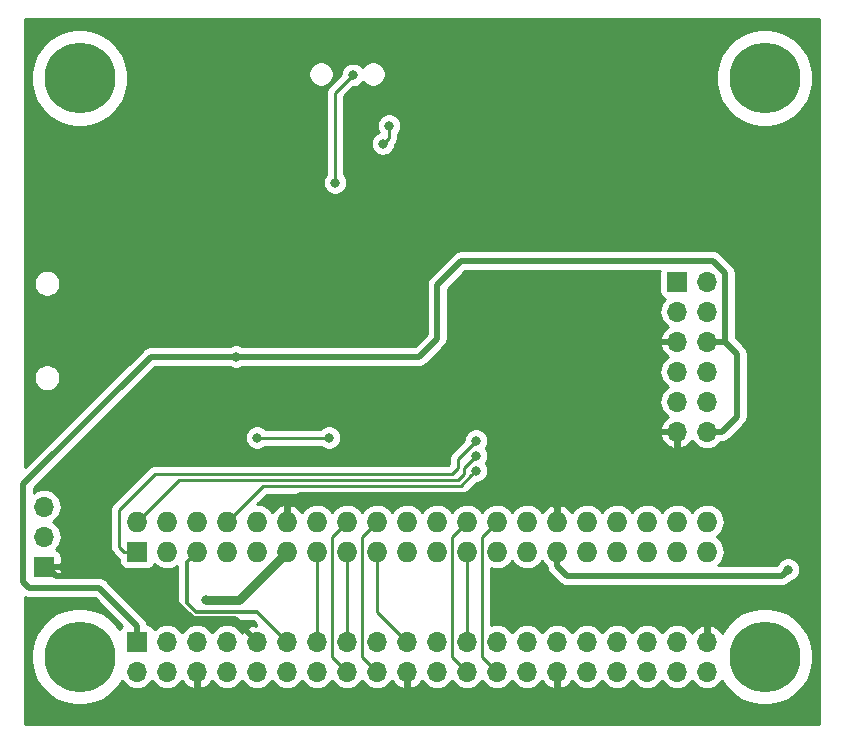
<source format=gbl>
G04 #@! TF.GenerationSoftware,KiCad,Pcbnew,(5.1.2)-1*
G04 #@! TF.CreationDate,2019-06-25T19:28:50+03:00*
G04 #@! TF.ProjectId,de0-nano-exp2,6465302d-6e61-46e6-9f2d-657870322e6b,rev?*
G04 #@! TF.SameCoordinates,Original*
G04 #@! TF.FileFunction,Copper,L2,Bot*
G04 #@! TF.FilePolarity,Positive*
%FSLAX46Y46*%
G04 Gerber Fmt 4.6, Leading zero omitted, Abs format (unit mm)*
G04 Created by KiCad (PCBNEW (5.1.2)-1) date 2019-06-25 19:28:50*
%MOMM*%
%LPD*%
G04 APERTURE LIST*
%ADD10O,1.700000X1.700000*%
%ADD11R,1.700000X1.700000*%
%ADD12C,6.000000*%
%ADD13R,1.727200X1.727200*%
%ADD14O,1.727200X1.727200*%
%ADD15C,0.800000*%
%ADD16C,0.508000*%
%ADD17C,0.254000*%
%ADD18C,0.762000*%
%ADD19C,0.355600*%
G04 APERTURE END LIST*
D10*
X134366000Y-107950000D03*
X134366000Y-110490000D03*
D11*
X134366000Y-113030000D03*
D10*
X190500000Y-101600000D03*
X187960000Y-101600000D03*
X190500000Y-99060000D03*
X187960000Y-99060000D03*
X190500000Y-96520000D03*
X187960000Y-96520000D03*
X190500000Y-93980000D03*
X187960000Y-93980000D03*
X190500000Y-91440000D03*
X187960000Y-91440000D03*
X190500000Y-88900000D03*
D11*
X187960000Y-88900000D03*
D12*
X195370000Y-71650000D03*
X137370000Y-71650000D03*
X195370000Y-120650000D03*
X137370000Y-120650000D03*
D13*
X142240000Y-111760000D03*
D14*
X142240000Y-109220000D03*
X144780000Y-111760000D03*
X144780000Y-109220000D03*
X147320000Y-111760000D03*
X147320000Y-109220000D03*
X149860000Y-111760000D03*
X149860000Y-109220000D03*
X152400000Y-111760000D03*
X152400000Y-109220000D03*
X154940000Y-111760000D03*
X154940000Y-109220000D03*
X157480000Y-111760000D03*
X157480000Y-109220000D03*
X160020000Y-111760000D03*
X160020000Y-109220000D03*
X162560000Y-111760000D03*
X162560000Y-109220000D03*
X165100000Y-111760000D03*
X165100000Y-109220000D03*
X167640000Y-111760000D03*
X167640000Y-109220000D03*
X170180000Y-111760000D03*
X170180000Y-109220000D03*
X172720000Y-111760000D03*
X172720000Y-109220000D03*
X175260000Y-111760000D03*
X175260000Y-109220000D03*
X177800000Y-111760000D03*
X177800000Y-109220000D03*
X180340000Y-111760000D03*
X180340000Y-109220000D03*
X182880000Y-111760000D03*
X182880000Y-109220000D03*
X185420000Y-111760000D03*
X185420000Y-109220000D03*
X187960000Y-111760000D03*
X187960000Y-109220000D03*
X190500000Y-111760000D03*
X190500000Y-109220000D03*
D10*
X190500000Y-121920000D03*
X190500000Y-119380000D03*
X187960000Y-121920000D03*
X187960000Y-119380000D03*
X185420000Y-121920000D03*
X185420000Y-119380000D03*
X182880000Y-121920000D03*
X182880000Y-119380000D03*
X180340000Y-121920000D03*
X180340000Y-119380000D03*
X177800000Y-121920000D03*
X177800000Y-119380000D03*
X175260000Y-121920000D03*
X175260000Y-119380000D03*
X172720000Y-121920000D03*
X172720000Y-119380000D03*
X170180000Y-121920000D03*
X170180000Y-119380000D03*
X167640000Y-121920000D03*
X167640000Y-119380000D03*
X165100000Y-121920000D03*
X165100000Y-119380000D03*
X162560000Y-121920000D03*
X162560000Y-119380000D03*
X160020000Y-121920000D03*
X160020000Y-119380000D03*
X157480000Y-121920000D03*
X157480000Y-119380000D03*
X154940000Y-121920000D03*
X154940000Y-119380000D03*
X152400000Y-121920000D03*
X152400000Y-119380000D03*
X149860000Y-121920000D03*
X149860000Y-119380000D03*
X147320000Y-121920000D03*
X147320000Y-119380000D03*
X144780000Y-121920000D03*
X144780000Y-119380000D03*
X142240000Y-121920000D03*
D11*
X142240000Y-119380000D03*
D15*
X152654000Y-80772000D03*
X153416000Y-76962000D03*
X144780000Y-124460000D03*
X165100000Y-125730000D03*
X199390000Y-125730000D03*
X198755000Y-109220000D03*
X193040000Y-111760000D03*
X173355000Y-116205000D03*
X143510000Y-116840000D03*
X149225000Y-103505000D03*
X164465000Y-103505000D03*
X177800000Y-103505000D03*
X177165000Y-89535000D03*
X177165000Y-84455000D03*
X166370000Y-87122000D03*
X164465000Y-97790000D03*
X144780000Y-82550000D03*
X168910000Y-76200000D03*
X139065000Y-112395000D03*
X139700000Y-104140000D03*
X196850000Y-98425000D03*
X196850000Y-88900000D03*
X151765000Y-76200000D03*
X197358000Y-113284000D03*
X150622000Y-95250000D03*
X159004008Y-80518000D03*
X160503000Y-71399000D03*
X152400000Y-102108000D03*
X158496000Y-102108000D03*
X148082000Y-115824008D03*
X170941988Y-104902000D03*
X170942000Y-103632000D03*
X170941986Y-102362000D03*
X163576000Y-75692000D03*
X163059663Y-77224337D03*
D16*
X147320000Y-121920000D02*
X147320000Y-123952000D01*
X147320000Y-123952000D02*
X148336000Y-124968000D01*
X148336000Y-124968000D02*
X164084000Y-124968000D01*
X165100000Y-123952000D02*
X165100000Y-121920000D01*
X164084000Y-124968000D02*
X165100000Y-123952000D01*
X177800000Y-123952000D02*
X177800000Y-121920000D01*
X176784000Y-124968000D02*
X177800000Y-123952000D01*
X165100000Y-123952000D02*
X166116000Y-124968000D01*
X166116000Y-124968000D02*
X176784000Y-124968000D01*
X190500000Y-119380000D02*
X190500000Y-118110000D01*
X190500000Y-118110000D02*
X192532000Y-116078000D01*
X192532000Y-116078000D02*
X198882000Y-116078000D01*
X177800000Y-107998686D02*
X178864686Y-106934000D01*
X177800000Y-109220000D02*
X177800000Y-107998686D01*
X178864686Y-106934000D02*
X191770000Y-106934000D01*
X176735314Y-106934000D02*
X177800000Y-107998686D01*
X156004686Y-106934000D02*
X176735314Y-106934000D01*
X154940000Y-109220000D02*
X154940000Y-107998686D01*
X154940000Y-107998686D02*
X156004686Y-106934000D01*
X199898000Y-117094000D02*
X198882000Y-116078000D01*
X199898000Y-123698000D02*
X199898000Y-117094000D01*
X198628000Y-124968000D02*
X199898000Y-123698000D01*
X177800000Y-123952000D02*
X178816000Y-124968000D01*
X178816000Y-124968000D02*
X198628000Y-124968000D01*
X199136000Y-116078000D02*
X198882000Y-116078000D01*
X199898000Y-115316000D02*
X199136000Y-116078000D01*
X199898000Y-112268000D02*
X199898000Y-115316000D01*
X198882000Y-111252000D02*
X199898000Y-112268000D01*
X191770000Y-106934000D02*
X196088000Y-111252000D01*
X196088000Y-111252000D02*
X198882000Y-111252000D01*
X135382000Y-113792000D02*
X134620000Y-113030000D01*
X152400000Y-119380000D02*
X150514012Y-117494012D01*
X146958012Y-117494012D02*
X145288000Y-115824000D01*
X145288000Y-115824000D02*
X145288000Y-114300000D01*
X145288000Y-114300000D02*
X144780000Y-113792000D01*
X150514012Y-117494012D02*
X146958012Y-117494012D01*
X144780000Y-113792000D02*
X135382000Y-113792000D01*
X152146000Y-78232000D02*
X153416000Y-76962000D01*
X152146000Y-80264000D02*
X152146000Y-78232000D01*
X152654000Y-80772000D02*
X152146000Y-80264000D01*
X135978000Y-113030000D02*
X134620000Y-113030000D01*
X137795000Y-111213000D02*
X135978000Y-113030000D01*
X137795000Y-108585000D02*
X137795000Y-111213000D01*
X145629999Y-100750001D02*
X137795000Y-108585000D01*
X185332001Y-100750001D02*
X145629999Y-100750001D01*
X185420000Y-100838000D02*
X186182000Y-101600000D01*
X185420000Y-94742000D02*
X185420000Y-100838000D01*
X187960000Y-93980000D02*
X186182000Y-93980000D01*
X186182000Y-93980000D02*
X185420000Y-94742000D01*
X186182000Y-101600000D02*
X187960000Y-101600000D01*
X189484000Y-106934000D02*
X191770000Y-106934000D01*
X189484000Y-104902000D02*
X189484000Y-106934000D01*
X187960000Y-101600000D02*
X187960000Y-103378000D01*
X187960000Y-103378000D02*
X189484000Y-104902000D01*
X177800000Y-112981314D02*
X177800000Y-111760000D01*
X178610686Y-113792000D02*
X177800000Y-112981314D01*
X197358000Y-113284000D02*
X196850000Y-113792000D01*
X196850000Y-113792000D02*
X178610686Y-113792000D01*
X190500000Y-101600000D02*
X191770000Y-101600000D01*
X191770000Y-101600000D02*
X193040000Y-100330000D01*
X193040000Y-100330000D02*
X193040000Y-94996000D01*
X192024000Y-93980000D02*
X190500000Y-93980000D01*
X193040000Y-94996000D02*
X192024000Y-93980000D01*
X166116000Y-95250000D02*
X162306000Y-95250000D01*
X192024000Y-88138000D02*
X191008000Y-87122000D01*
X162306000Y-95250000D02*
X150622000Y-95250000D01*
X192024000Y-93980000D02*
X192024000Y-88138000D01*
X191008000Y-87122000D02*
X169672000Y-87122000D01*
X169672000Y-87122000D02*
X167640000Y-89154000D01*
X167640000Y-89154000D02*
X167640000Y-93726000D01*
X167640000Y-93726000D02*
X166116000Y-95250000D01*
X142240000Y-118022000D02*
X142240000Y-119380000D01*
X150622000Y-95250000D02*
X143383000Y-95250000D01*
X143383000Y-95250000D02*
X132588000Y-106045000D01*
X132588000Y-114300000D02*
X133096000Y-114808000D01*
X132588000Y-106045000D02*
X132588000Y-114300000D01*
X133096000Y-114808000D02*
X139026000Y-114808000D01*
X139026000Y-114808000D02*
X142240000Y-118022000D01*
D17*
X160503000Y-71399000D02*
X159004008Y-72897992D01*
X159004008Y-72897992D02*
X159004008Y-79952315D01*
X159004008Y-79952315D02*
X159004008Y-80518000D01*
X171856401Y-110083599D02*
X172720000Y-109220000D01*
X171450000Y-110490000D02*
X171856401Y-110083599D01*
X172720000Y-121920000D02*
X171450000Y-120650000D01*
X171450000Y-120650000D02*
X171450000Y-110490000D01*
X169316401Y-110083599D02*
X170180000Y-109220000D01*
X168910000Y-110490000D02*
X169316401Y-110083599D01*
X170180000Y-121920000D02*
X168910000Y-120650000D01*
X168910000Y-120650000D02*
X168910000Y-110490000D01*
X170180000Y-118177919D02*
X170180000Y-111760000D01*
X170180000Y-119380000D02*
X170180000Y-118177919D01*
X152400000Y-102108000D02*
X158496000Y-102108000D01*
X161696401Y-110083599D02*
X162560000Y-109220000D01*
X161290000Y-110490000D02*
X161696401Y-110083599D01*
X162560000Y-121920000D02*
X161290000Y-120650000D01*
X161290000Y-120650000D02*
X161290000Y-110490000D01*
X162560000Y-116840000D02*
X162560000Y-111760000D01*
X165100000Y-119380000D02*
X162560000Y-116840000D01*
X159156401Y-110083599D02*
X160020000Y-109220000D01*
X158750000Y-110490000D02*
X159156401Y-110083599D01*
X160020000Y-121920000D02*
X158750000Y-120650000D01*
X158750000Y-120650000D02*
X158750000Y-110490000D01*
X160020000Y-118177919D02*
X160020000Y-111760000D01*
X160020000Y-119380000D02*
X160020000Y-118177919D01*
X157480000Y-119380000D02*
X157480000Y-111760000D01*
D18*
X150875992Y-115824008D02*
X148647685Y-115824008D01*
X154940000Y-111760000D02*
X150875992Y-115824008D01*
X148647685Y-115824008D02*
X148082000Y-115824008D01*
D17*
X170541989Y-105301999D02*
X170941988Y-104902000D01*
X152908000Y-106172000D02*
X169671988Y-106172000D01*
X149860000Y-109220000D02*
X152908000Y-106172000D01*
X169671988Y-106172000D02*
X170541989Y-105301999D01*
D19*
X146456401Y-116094361D02*
X146456401Y-112623599D01*
X146456401Y-112623599D02*
X147320000Y-111760000D01*
X147202040Y-116840000D02*
X146456401Y-116094361D01*
X152400000Y-116840000D02*
X147202040Y-116840000D01*
X154940000Y-119380000D02*
X152400000Y-116840000D01*
D17*
X145796000Y-105664000D02*
X142240000Y-109220000D01*
X169418000Y-105664000D02*
X145796000Y-105664000D01*
X169926000Y-105156000D02*
X169418000Y-105664000D01*
X169926000Y-104648000D02*
X169926000Y-105156000D01*
X170942000Y-103632000D02*
X169926000Y-104648000D01*
X141122400Y-111760000D02*
X142240000Y-111760000D01*
X140716000Y-111353600D02*
X141122400Y-111760000D01*
X169418000Y-103885986D02*
X169418000Y-104648000D01*
X170941986Y-102362000D02*
X169418000Y-103885986D01*
X169418000Y-104648000D02*
X168910000Y-105156000D01*
X168910000Y-105156000D02*
X143764000Y-105156000D01*
X143764000Y-105156000D02*
X140716000Y-108204000D01*
X140716000Y-108204000D02*
X140716000Y-111353600D01*
X163576000Y-75692000D02*
X163576000Y-76708000D01*
X163576000Y-76708000D02*
X163459662Y-76824338D01*
X163459662Y-76824338D02*
X163059663Y-77224337D01*
G36*
X200000000Y-126340000D02*
G01*
X132740000Y-126340000D01*
X132740000Y-115625740D01*
X132754149Y-115633303D01*
X132820058Y-115653296D01*
X132921724Y-115684136D01*
X132954924Y-115687406D01*
X133052333Y-115697000D01*
X133052339Y-115697000D01*
X133095999Y-115701300D01*
X133139659Y-115697000D01*
X138657765Y-115697000D01*
X140994160Y-118033395D01*
X140938815Y-118078815D01*
X140859463Y-118175506D01*
X140800498Y-118285820D01*
X140785919Y-118333880D01*
X140575650Y-118019191D01*
X140000809Y-117444350D01*
X139324868Y-116992700D01*
X138573802Y-116681598D01*
X137776474Y-116523000D01*
X136963526Y-116523000D01*
X136166198Y-116681598D01*
X135415132Y-116992700D01*
X134739191Y-117444350D01*
X134164350Y-118019191D01*
X133712700Y-118695132D01*
X133401598Y-119446198D01*
X133243000Y-120243526D01*
X133243000Y-121056474D01*
X133401598Y-121853802D01*
X133712700Y-122604868D01*
X134164350Y-123280809D01*
X134739191Y-123855650D01*
X135415132Y-124307300D01*
X136166198Y-124618402D01*
X136963526Y-124777000D01*
X137776474Y-124777000D01*
X138573802Y-124618402D01*
X139324868Y-124307300D01*
X140000809Y-123855650D01*
X140575650Y-123280809D01*
X140968935Y-122692217D01*
X140999294Y-122749014D01*
X141184866Y-122975134D01*
X141410986Y-123160706D01*
X141668966Y-123298599D01*
X141948889Y-123383513D01*
X142167050Y-123405000D01*
X142312950Y-123405000D01*
X142531111Y-123383513D01*
X142811034Y-123298599D01*
X143069014Y-123160706D01*
X143295134Y-122975134D01*
X143480706Y-122749014D01*
X143510000Y-122694209D01*
X143539294Y-122749014D01*
X143724866Y-122975134D01*
X143950986Y-123160706D01*
X144208966Y-123298599D01*
X144488889Y-123383513D01*
X144707050Y-123405000D01*
X144852950Y-123405000D01*
X145071111Y-123383513D01*
X145351034Y-123298599D01*
X145609014Y-123160706D01*
X145835134Y-122975134D01*
X146020706Y-122749014D01*
X146055201Y-122684477D01*
X146124822Y-122801355D01*
X146319731Y-123017588D01*
X146553080Y-123191641D01*
X146815901Y-123316825D01*
X146963110Y-123361476D01*
X147193000Y-123240155D01*
X147193000Y-122047000D01*
X147173000Y-122047000D01*
X147173000Y-121793000D01*
X147193000Y-121793000D01*
X147193000Y-121773000D01*
X147447000Y-121773000D01*
X147447000Y-121793000D01*
X147467000Y-121793000D01*
X147467000Y-122047000D01*
X147447000Y-122047000D01*
X147447000Y-123240155D01*
X147676890Y-123361476D01*
X147824099Y-123316825D01*
X148086920Y-123191641D01*
X148320269Y-123017588D01*
X148515178Y-122801355D01*
X148584799Y-122684477D01*
X148619294Y-122749014D01*
X148804866Y-122975134D01*
X149030986Y-123160706D01*
X149288966Y-123298599D01*
X149568889Y-123383513D01*
X149787050Y-123405000D01*
X149932950Y-123405000D01*
X150151111Y-123383513D01*
X150431034Y-123298599D01*
X150689014Y-123160706D01*
X150915134Y-122975134D01*
X151100706Y-122749014D01*
X151130000Y-122694209D01*
X151159294Y-122749014D01*
X151344866Y-122975134D01*
X151570986Y-123160706D01*
X151828966Y-123298599D01*
X152108889Y-123383513D01*
X152327050Y-123405000D01*
X152472950Y-123405000D01*
X152691111Y-123383513D01*
X152971034Y-123298599D01*
X153229014Y-123160706D01*
X153455134Y-122975134D01*
X153640706Y-122749014D01*
X153670000Y-122694209D01*
X153699294Y-122749014D01*
X153884866Y-122975134D01*
X154110986Y-123160706D01*
X154368966Y-123298599D01*
X154648889Y-123383513D01*
X154867050Y-123405000D01*
X155012950Y-123405000D01*
X155231111Y-123383513D01*
X155511034Y-123298599D01*
X155769014Y-123160706D01*
X155995134Y-122975134D01*
X156180706Y-122749014D01*
X156210000Y-122694209D01*
X156239294Y-122749014D01*
X156424866Y-122975134D01*
X156650986Y-123160706D01*
X156908966Y-123298599D01*
X157188889Y-123383513D01*
X157407050Y-123405000D01*
X157552950Y-123405000D01*
X157771111Y-123383513D01*
X158051034Y-123298599D01*
X158309014Y-123160706D01*
X158535134Y-122975134D01*
X158720706Y-122749014D01*
X158750000Y-122694209D01*
X158779294Y-122749014D01*
X158964866Y-122975134D01*
X159190986Y-123160706D01*
X159448966Y-123298599D01*
X159728889Y-123383513D01*
X159947050Y-123405000D01*
X160092950Y-123405000D01*
X160311111Y-123383513D01*
X160591034Y-123298599D01*
X160849014Y-123160706D01*
X161075134Y-122975134D01*
X161260706Y-122749014D01*
X161290000Y-122694209D01*
X161319294Y-122749014D01*
X161504866Y-122975134D01*
X161730986Y-123160706D01*
X161988966Y-123298599D01*
X162268889Y-123383513D01*
X162487050Y-123405000D01*
X162632950Y-123405000D01*
X162851111Y-123383513D01*
X163131034Y-123298599D01*
X163389014Y-123160706D01*
X163615134Y-122975134D01*
X163800706Y-122749014D01*
X163835201Y-122684477D01*
X163904822Y-122801355D01*
X164099731Y-123017588D01*
X164333080Y-123191641D01*
X164595901Y-123316825D01*
X164743110Y-123361476D01*
X164973000Y-123240155D01*
X164973000Y-122047000D01*
X164953000Y-122047000D01*
X164953000Y-121793000D01*
X164973000Y-121793000D01*
X164973000Y-121773000D01*
X165227000Y-121773000D01*
X165227000Y-121793000D01*
X165247000Y-121793000D01*
X165247000Y-122047000D01*
X165227000Y-122047000D01*
X165227000Y-123240155D01*
X165456890Y-123361476D01*
X165604099Y-123316825D01*
X165866920Y-123191641D01*
X166100269Y-123017588D01*
X166295178Y-122801355D01*
X166364799Y-122684477D01*
X166399294Y-122749014D01*
X166584866Y-122975134D01*
X166810986Y-123160706D01*
X167068966Y-123298599D01*
X167348889Y-123383513D01*
X167567050Y-123405000D01*
X167712950Y-123405000D01*
X167931111Y-123383513D01*
X168211034Y-123298599D01*
X168469014Y-123160706D01*
X168695134Y-122975134D01*
X168880706Y-122749014D01*
X168910000Y-122694209D01*
X168939294Y-122749014D01*
X169124866Y-122975134D01*
X169350986Y-123160706D01*
X169608966Y-123298599D01*
X169888889Y-123383513D01*
X170107050Y-123405000D01*
X170252950Y-123405000D01*
X170471111Y-123383513D01*
X170751034Y-123298599D01*
X171009014Y-123160706D01*
X171235134Y-122975134D01*
X171420706Y-122749014D01*
X171450000Y-122694209D01*
X171479294Y-122749014D01*
X171664866Y-122975134D01*
X171890986Y-123160706D01*
X172148966Y-123298599D01*
X172428889Y-123383513D01*
X172647050Y-123405000D01*
X172792950Y-123405000D01*
X173011111Y-123383513D01*
X173291034Y-123298599D01*
X173549014Y-123160706D01*
X173775134Y-122975134D01*
X173960706Y-122749014D01*
X173990000Y-122694209D01*
X174019294Y-122749014D01*
X174204866Y-122975134D01*
X174430986Y-123160706D01*
X174688966Y-123298599D01*
X174968889Y-123383513D01*
X175187050Y-123405000D01*
X175332950Y-123405000D01*
X175551111Y-123383513D01*
X175831034Y-123298599D01*
X176089014Y-123160706D01*
X176315134Y-122975134D01*
X176500706Y-122749014D01*
X176535201Y-122684477D01*
X176604822Y-122801355D01*
X176799731Y-123017588D01*
X177033080Y-123191641D01*
X177295901Y-123316825D01*
X177443110Y-123361476D01*
X177673000Y-123240155D01*
X177673000Y-122047000D01*
X177653000Y-122047000D01*
X177653000Y-121793000D01*
X177673000Y-121793000D01*
X177673000Y-121773000D01*
X177927000Y-121773000D01*
X177927000Y-121793000D01*
X177947000Y-121793000D01*
X177947000Y-122047000D01*
X177927000Y-122047000D01*
X177927000Y-123240155D01*
X178156890Y-123361476D01*
X178304099Y-123316825D01*
X178566920Y-123191641D01*
X178800269Y-123017588D01*
X178995178Y-122801355D01*
X179064799Y-122684477D01*
X179099294Y-122749014D01*
X179284866Y-122975134D01*
X179510986Y-123160706D01*
X179768966Y-123298599D01*
X180048889Y-123383513D01*
X180267050Y-123405000D01*
X180412950Y-123405000D01*
X180631111Y-123383513D01*
X180911034Y-123298599D01*
X181169014Y-123160706D01*
X181395134Y-122975134D01*
X181580706Y-122749014D01*
X181610000Y-122694209D01*
X181639294Y-122749014D01*
X181824866Y-122975134D01*
X182050986Y-123160706D01*
X182308966Y-123298599D01*
X182588889Y-123383513D01*
X182807050Y-123405000D01*
X182952950Y-123405000D01*
X183171111Y-123383513D01*
X183451034Y-123298599D01*
X183709014Y-123160706D01*
X183935134Y-122975134D01*
X184120706Y-122749014D01*
X184150000Y-122694209D01*
X184179294Y-122749014D01*
X184364866Y-122975134D01*
X184590986Y-123160706D01*
X184848966Y-123298599D01*
X185128889Y-123383513D01*
X185347050Y-123405000D01*
X185492950Y-123405000D01*
X185711111Y-123383513D01*
X185991034Y-123298599D01*
X186249014Y-123160706D01*
X186475134Y-122975134D01*
X186660706Y-122749014D01*
X186690000Y-122694209D01*
X186719294Y-122749014D01*
X186904866Y-122975134D01*
X187130986Y-123160706D01*
X187388966Y-123298599D01*
X187668889Y-123383513D01*
X187887050Y-123405000D01*
X188032950Y-123405000D01*
X188251111Y-123383513D01*
X188531034Y-123298599D01*
X188789014Y-123160706D01*
X189015134Y-122975134D01*
X189200706Y-122749014D01*
X189230000Y-122694209D01*
X189259294Y-122749014D01*
X189444866Y-122975134D01*
X189670986Y-123160706D01*
X189928966Y-123298599D01*
X190208889Y-123383513D01*
X190427050Y-123405000D01*
X190572950Y-123405000D01*
X190791111Y-123383513D01*
X191071034Y-123298599D01*
X191329014Y-123160706D01*
X191555134Y-122975134D01*
X191740706Y-122749014D01*
X191771065Y-122692217D01*
X192164350Y-123280809D01*
X192739191Y-123855650D01*
X193415132Y-124307300D01*
X194166198Y-124618402D01*
X194963526Y-124777000D01*
X195776474Y-124777000D01*
X196573802Y-124618402D01*
X197324868Y-124307300D01*
X198000809Y-123855650D01*
X198575650Y-123280809D01*
X199027300Y-122604868D01*
X199338402Y-121853802D01*
X199497000Y-121056474D01*
X199497000Y-120243526D01*
X199338402Y-119446198D01*
X199027300Y-118695132D01*
X198575650Y-118019191D01*
X198000809Y-117444350D01*
X197324868Y-116992700D01*
X196573802Y-116681598D01*
X195776474Y-116523000D01*
X194963526Y-116523000D01*
X194166198Y-116681598D01*
X193415132Y-116992700D01*
X192739191Y-117444350D01*
X192164350Y-118019191D01*
X191765315Y-118616389D01*
X191695178Y-118498645D01*
X191500269Y-118282412D01*
X191266920Y-118108359D01*
X191004099Y-117983175D01*
X190856890Y-117938524D01*
X190627000Y-118059845D01*
X190627000Y-119253000D01*
X190647000Y-119253000D01*
X190647000Y-119507000D01*
X190627000Y-119507000D01*
X190627000Y-119527000D01*
X190373000Y-119527000D01*
X190373000Y-119507000D01*
X190353000Y-119507000D01*
X190353000Y-119253000D01*
X190373000Y-119253000D01*
X190373000Y-118059845D01*
X190143110Y-117938524D01*
X189995901Y-117983175D01*
X189733080Y-118108359D01*
X189499731Y-118282412D01*
X189304822Y-118498645D01*
X189235201Y-118615523D01*
X189200706Y-118550986D01*
X189015134Y-118324866D01*
X188789014Y-118139294D01*
X188531034Y-118001401D01*
X188251111Y-117916487D01*
X188032950Y-117895000D01*
X187887050Y-117895000D01*
X187668889Y-117916487D01*
X187388966Y-118001401D01*
X187130986Y-118139294D01*
X186904866Y-118324866D01*
X186719294Y-118550986D01*
X186690000Y-118605791D01*
X186660706Y-118550986D01*
X186475134Y-118324866D01*
X186249014Y-118139294D01*
X185991034Y-118001401D01*
X185711111Y-117916487D01*
X185492950Y-117895000D01*
X185347050Y-117895000D01*
X185128889Y-117916487D01*
X184848966Y-118001401D01*
X184590986Y-118139294D01*
X184364866Y-118324866D01*
X184179294Y-118550986D01*
X184150000Y-118605791D01*
X184120706Y-118550986D01*
X183935134Y-118324866D01*
X183709014Y-118139294D01*
X183451034Y-118001401D01*
X183171111Y-117916487D01*
X182952950Y-117895000D01*
X182807050Y-117895000D01*
X182588889Y-117916487D01*
X182308966Y-118001401D01*
X182050986Y-118139294D01*
X181824866Y-118324866D01*
X181639294Y-118550986D01*
X181610000Y-118605791D01*
X181580706Y-118550986D01*
X181395134Y-118324866D01*
X181169014Y-118139294D01*
X180911034Y-118001401D01*
X180631111Y-117916487D01*
X180412950Y-117895000D01*
X180267050Y-117895000D01*
X180048889Y-117916487D01*
X179768966Y-118001401D01*
X179510986Y-118139294D01*
X179284866Y-118324866D01*
X179099294Y-118550986D01*
X179070000Y-118605791D01*
X179040706Y-118550986D01*
X178855134Y-118324866D01*
X178629014Y-118139294D01*
X178371034Y-118001401D01*
X178091111Y-117916487D01*
X177872950Y-117895000D01*
X177727050Y-117895000D01*
X177508889Y-117916487D01*
X177228966Y-118001401D01*
X176970986Y-118139294D01*
X176744866Y-118324866D01*
X176559294Y-118550986D01*
X176530000Y-118605791D01*
X176500706Y-118550986D01*
X176315134Y-118324866D01*
X176089014Y-118139294D01*
X175831034Y-118001401D01*
X175551111Y-117916487D01*
X175332950Y-117895000D01*
X175187050Y-117895000D01*
X174968889Y-117916487D01*
X174688966Y-118001401D01*
X174430986Y-118139294D01*
X174204866Y-118324866D01*
X174019294Y-118550986D01*
X173990000Y-118605791D01*
X173960706Y-118550986D01*
X173775134Y-118324866D01*
X173549014Y-118139294D01*
X173291034Y-118001401D01*
X173011111Y-117916487D01*
X172792950Y-117895000D01*
X172647050Y-117895000D01*
X172428889Y-117916487D01*
X172212000Y-117982280D01*
X172212000Y-113171933D01*
X172426223Y-113236916D01*
X172646381Y-113258600D01*
X172793619Y-113258600D01*
X173013777Y-113236916D01*
X173296264Y-113151225D01*
X173556606Y-113012069D01*
X173784797Y-112824797D01*
X173972069Y-112596606D01*
X173990000Y-112563060D01*
X174007931Y-112596606D01*
X174195203Y-112824797D01*
X174423394Y-113012069D01*
X174683736Y-113151225D01*
X174966223Y-113236916D01*
X175186381Y-113258600D01*
X175333619Y-113258600D01*
X175553777Y-113236916D01*
X175836264Y-113151225D01*
X176096606Y-113012069D01*
X176324797Y-112824797D01*
X176512069Y-112596606D01*
X176530000Y-112563060D01*
X176547931Y-112596606D01*
X176735203Y-112824797D01*
X176908137Y-112966721D01*
X176906700Y-112981314D01*
X176911000Y-113024974D01*
X176911000Y-113024980D01*
X176916158Y-113077350D01*
X176923864Y-113155588D01*
X176941311Y-113213102D01*
X176974697Y-113323164D01*
X177057247Y-113477604D01*
X177168341Y-113612973D01*
X177202263Y-113640813D01*
X177951191Y-114389741D01*
X177979027Y-114423659D01*
X178114395Y-114534753D01*
X178268835Y-114617303D01*
X178334744Y-114637296D01*
X178436410Y-114668136D01*
X178469610Y-114671406D01*
X178567019Y-114681000D01*
X178567025Y-114681000D01*
X178610685Y-114685300D01*
X178654345Y-114681000D01*
X196806340Y-114681000D01*
X196850000Y-114685300D01*
X196893660Y-114681000D01*
X196893667Y-114681000D01*
X197024274Y-114668136D01*
X197191851Y-114617303D01*
X197346291Y-114534753D01*
X197481659Y-114423659D01*
X197509499Y-114389736D01*
X197610105Y-114289130D01*
X197659898Y-114279226D01*
X197848256Y-114201205D01*
X198017774Y-114087937D01*
X198161937Y-113943774D01*
X198275205Y-113774256D01*
X198353226Y-113585898D01*
X198393000Y-113385939D01*
X198393000Y-113182061D01*
X198353226Y-112982102D01*
X198275205Y-112793744D01*
X198161937Y-112624226D01*
X198017774Y-112480063D01*
X197848256Y-112366795D01*
X197659898Y-112288774D01*
X197459939Y-112249000D01*
X197256061Y-112249000D01*
X197056102Y-112288774D01*
X196867744Y-112366795D01*
X196698226Y-112480063D01*
X196554063Y-112624226D01*
X196440795Y-112793744D01*
X196395539Y-112903000D01*
X191469507Y-112903000D01*
X191564797Y-112824797D01*
X191752069Y-112596606D01*
X191891225Y-112336264D01*
X191976916Y-112053777D01*
X192005851Y-111760000D01*
X191976916Y-111466223D01*
X191891225Y-111183736D01*
X191752069Y-110923394D01*
X191564797Y-110695203D01*
X191336606Y-110507931D01*
X191303060Y-110490000D01*
X191336606Y-110472069D01*
X191564797Y-110284797D01*
X191752069Y-110056606D01*
X191891225Y-109796264D01*
X191976916Y-109513777D01*
X192005851Y-109220000D01*
X191976916Y-108926223D01*
X191891225Y-108643736D01*
X191752069Y-108383394D01*
X191564797Y-108155203D01*
X191336606Y-107967931D01*
X191076264Y-107828775D01*
X190793777Y-107743084D01*
X190573619Y-107721400D01*
X190426381Y-107721400D01*
X190206223Y-107743084D01*
X189923736Y-107828775D01*
X189663394Y-107967931D01*
X189435203Y-108155203D01*
X189247931Y-108383394D01*
X189230000Y-108416940D01*
X189212069Y-108383394D01*
X189024797Y-108155203D01*
X188796606Y-107967931D01*
X188536264Y-107828775D01*
X188253777Y-107743084D01*
X188033619Y-107721400D01*
X187886381Y-107721400D01*
X187666223Y-107743084D01*
X187383736Y-107828775D01*
X187123394Y-107967931D01*
X186895203Y-108155203D01*
X186707931Y-108383394D01*
X186690000Y-108416940D01*
X186672069Y-108383394D01*
X186484797Y-108155203D01*
X186256606Y-107967931D01*
X185996264Y-107828775D01*
X185713777Y-107743084D01*
X185493619Y-107721400D01*
X185346381Y-107721400D01*
X185126223Y-107743084D01*
X184843736Y-107828775D01*
X184583394Y-107967931D01*
X184355203Y-108155203D01*
X184167931Y-108383394D01*
X184150000Y-108416940D01*
X184132069Y-108383394D01*
X183944797Y-108155203D01*
X183716606Y-107967931D01*
X183456264Y-107828775D01*
X183173777Y-107743084D01*
X182953619Y-107721400D01*
X182806381Y-107721400D01*
X182586223Y-107743084D01*
X182303736Y-107828775D01*
X182043394Y-107967931D01*
X181815203Y-108155203D01*
X181627931Y-108383394D01*
X181610000Y-108416940D01*
X181592069Y-108383394D01*
X181404797Y-108155203D01*
X181176606Y-107967931D01*
X180916264Y-107828775D01*
X180633777Y-107743084D01*
X180413619Y-107721400D01*
X180266381Y-107721400D01*
X180046223Y-107743084D01*
X179763736Y-107828775D01*
X179503394Y-107967931D01*
X179275203Y-108155203D01*
X179087931Y-108383394D01*
X179064137Y-108427910D01*
X179006817Y-108331512D01*
X178810293Y-108113146D01*
X178574944Y-107937316D01*
X178309814Y-107810778D01*
X178159026Y-107765042D01*
X177927000Y-107886183D01*
X177927000Y-109093000D01*
X177947000Y-109093000D01*
X177947000Y-109347000D01*
X177927000Y-109347000D01*
X177927000Y-109367000D01*
X177673000Y-109367000D01*
X177673000Y-109347000D01*
X177653000Y-109347000D01*
X177653000Y-109093000D01*
X177673000Y-109093000D01*
X177673000Y-107886183D01*
X177440974Y-107765042D01*
X177290186Y-107810778D01*
X177025056Y-107937316D01*
X176789707Y-108113146D01*
X176593183Y-108331512D01*
X176535863Y-108427910D01*
X176512069Y-108383394D01*
X176324797Y-108155203D01*
X176096606Y-107967931D01*
X175836264Y-107828775D01*
X175553777Y-107743084D01*
X175333619Y-107721400D01*
X175186381Y-107721400D01*
X174966223Y-107743084D01*
X174683736Y-107828775D01*
X174423394Y-107967931D01*
X174195203Y-108155203D01*
X174007931Y-108383394D01*
X173990000Y-108416940D01*
X173972069Y-108383394D01*
X173784797Y-108155203D01*
X173556606Y-107967931D01*
X173296264Y-107828775D01*
X173013777Y-107743084D01*
X172793619Y-107721400D01*
X172646381Y-107721400D01*
X172426223Y-107743084D01*
X172143736Y-107828775D01*
X171883394Y-107967931D01*
X171655203Y-108155203D01*
X171467931Y-108383394D01*
X171450000Y-108416940D01*
X171432069Y-108383394D01*
X171244797Y-108155203D01*
X171016606Y-107967931D01*
X170756264Y-107828775D01*
X170473777Y-107743084D01*
X170253619Y-107721400D01*
X170106381Y-107721400D01*
X169886223Y-107743084D01*
X169603736Y-107828775D01*
X169343394Y-107967931D01*
X169115203Y-108155203D01*
X168927931Y-108383394D01*
X168910000Y-108416940D01*
X168892069Y-108383394D01*
X168704797Y-108155203D01*
X168476606Y-107967931D01*
X168216264Y-107828775D01*
X167933777Y-107743084D01*
X167713619Y-107721400D01*
X167566381Y-107721400D01*
X167346223Y-107743084D01*
X167063736Y-107828775D01*
X166803394Y-107967931D01*
X166575203Y-108155203D01*
X166387931Y-108383394D01*
X166370000Y-108416940D01*
X166352069Y-108383394D01*
X166164797Y-108155203D01*
X165936606Y-107967931D01*
X165676264Y-107828775D01*
X165393777Y-107743084D01*
X165173619Y-107721400D01*
X165026381Y-107721400D01*
X164806223Y-107743084D01*
X164523736Y-107828775D01*
X164263394Y-107967931D01*
X164035203Y-108155203D01*
X163847931Y-108383394D01*
X163830000Y-108416940D01*
X163812069Y-108383394D01*
X163624797Y-108155203D01*
X163396606Y-107967931D01*
X163136264Y-107828775D01*
X162853777Y-107743084D01*
X162633619Y-107721400D01*
X162486381Y-107721400D01*
X162266223Y-107743084D01*
X161983736Y-107828775D01*
X161723394Y-107967931D01*
X161495203Y-108155203D01*
X161307931Y-108383394D01*
X161290000Y-108416940D01*
X161272069Y-108383394D01*
X161084797Y-108155203D01*
X160856606Y-107967931D01*
X160596264Y-107828775D01*
X160313777Y-107743084D01*
X160093619Y-107721400D01*
X159946381Y-107721400D01*
X159726223Y-107743084D01*
X159443736Y-107828775D01*
X159183394Y-107967931D01*
X158955203Y-108155203D01*
X158767931Y-108383394D01*
X158750000Y-108416940D01*
X158732069Y-108383394D01*
X158544797Y-108155203D01*
X158316606Y-107967931D01*
X158056264Y-107828775D01*
X157773777Y-107743084D01*
X157553619Y-107721400D01*
X157406381Y-107721400D01*
X157186223Y-107743084D01*
X156903736Y-107828775D01*
X156643394Y-107967931D01*
X156415203Y-108155203D01*
X156227931Y-108383394D01*
X156204137Y-108427910D01*
X156146817Y-108331512D01*
X155950293Y-108113146D01*
X155714944Y-107937316D01*
X155449814Y-107810778D01*
X155299026Y-107765042D01*
X155067000Y-107886183D01*
X155067000Y-109093000D01*
X155087000Y-109093000D01*
X155087000Y-109347000D01*
X155067000Y-109347000D01*
X155067000Y-109367000D01*
X154813000Y-109367000D01*
X154813000Y-109347000D01*
X154793000Y-109347000D01*
X154793000Y-109093000D01*
X154813000Y-109093000D01*
X154813000Y-107886183D01*
X154580974Y-107765042D01*
X154430186Y-107810778D01*
X154165056Y-107937316D01*
X153929707Y-108113146D01*
X153733183Y-108331512D01*
X153675863Y-108427910D01*
X153652069Y-108383394D01*
X153464797Y-108155203D01*
X153236606Y-107967931D01*
X152976264Y-107828775D01*
X152693777Y-107743084D01*
X152473619Y-107721400D01*
X152436231Y-107721400D01*
X153223631Y-106934000D01*
X169634565Y-106934000D01*
X169671988Y-106937686D01*
X169709411Y-106934000D01*
X169709414Y-106934000D01*
X169821366Y-106922974D01*
X169965003Y-106879402D01*
X170097380Y-106808645D01*
X170213410Y-106713422D01*
X170237272Y-106684347D01*
X170984619Y-105937000D01*
X171043927Y-105937000D01*
X171243886Y-105897226D01*
X171432244Y-105819205D01*
X171601762Y-105705937D01*
X171745925Y-105561774D01*
X171859193Y-105392256D01*
X171937214Y-105203898D01*
X171976988Y-105003939D01*
X171976988Y-104800061D01*
X171937214Y-104600102D01*
X171859193Y-104411744D01*
X171762484Y-104267009D01*
X171859205Y-104122256D01*
X171937226Y-103933898D01*
X171977000Y-103733939D01*
X171977000Y-103530061D01*
X171937226Y-103330102D01*
X171859205Y-103141744D01*
X171762483Y-102996990D01*
X171859191Y-102852256D01*
X171937212Y-102663898D01*
X171976986Y-102463939D01*
X171976986Y-102260061D01*
X171937212Y-102060102D01*
X171894460Y-101956890D01*
X186518524Y-101956890D01*
X186563175Y-102104099D01*
X186688359Y-102366920D01*
X186862412Y-102600269D01*
X187078645Y-102795178D01*
X187328748Y-102944157D01*
X187603109Y-103041481D01*
X187833000Y-102920814D01*
X187833000Y-101727000D01*
X186639845Y-101727000D01*
X186518524Y-101956890D01*
X171894460Y-101956890D01*
X171859191Y-101871744D01*
X171745923Y-101702226D01*
X171601760Y-101558063D01*
X171432242Y-101444795D01*
X171243884Y-101366774D01*
X171043925Y-101327000D01*
X170840047Y-101327000D01*
X170640088Y-101366774D01*
X170451730Y-101444795D01*
X170282212Y-101558063D01*
X170138049Y-101702226D01*
X170024781Y-101871744D01*
X169946760Y-102060102D01*
X169906986Y-102260061D01*
X169906986Y-102319370D01*
X168905654Y-103320702D01*
X168876578Y-103344564D01*
X168820983Y-103412308D01*
X168781355Y-103460594D01*
X168769581Y-103482622D01*
X168710598Y-103592972D01*
X168667026Y-103736609D01*
X168662617Y-103781379D01*
X168652314Y-103885986D01*
X168656000Y-103923409D01*
X168656000Y-104332370D01*
X168594370Y-104394000D01*
X143801423Y-104394000D01*
X143764000Y-104390314D01*
X143726577Y-104394000D01*
X143726574Y-104394000D01*
X143614622Y-104405026D01*
X143470985Y-104448598D01*
X143418582Y-104476608D01*
X143338607Y-104519355D01*
X143255904Y-104587228D01*
X143222578Y-104614578D01*
X143198721Y-104643648D01*
X140203654Y-107638716D01*
X140174578Y-107662578D01*
X140126305Y-107721400D01*
X140079355Y-107778608D01*
X140062160Y-107810778D01*
X140008598Y-107910986D01*
X139965026Y-108054623D01*
X139955120Y-108155203D01*
X139950314Y-108204000D01*
X139954000Y-108241423D01*
X139954001Y-111316167D01*
X139950314Y-111353600D01*
X139965027Y-111502978D01*
X140008599Y-111646615D01*
X140079355Y-111778992D01*
X140150721Y-111865951D01*
X140174579Y-111895022D01*
X140203649Y-111918879D01*
X140557116Y-112272346D01*
X140580978Y-112301422D01*
X140697008Y-112396645D01*
X140738328Y-112418731D01*
X140738328Y-112623600D01*
X140750588Y-112748082D01*
X140786898Y-112867780D01*
X140845863Y-112978094D01*
X140925215Y-113074785D01*
X141021906Y-113154137D01*
X141132220Y-113213102D01*
X141251918Y-113249412D01*
X141376400Y-113261672D01*
X143103600Y-113261672D01*
X143228082Y-113249412D01*
X143347780Y-113213102D01*
X143458094Y-113154137D01*
X143554785Y-113074785D01*
X143634137Y-112978094D01*
X143693102Y-112867780D01*
X143708586Y-112816735D01*
X143715203Y-112824797D01*
X143943394Y-113012069D01*
X144203736Y-113151225D01*
X144486223Y-113236916D01*
X144706381Y-113258600D01*
X144853619Y-113258600D01*
X145073777Y-113236916D01*
X145356264Y-113151225D01*
X145616606Y-113012069D01*
X145643602Y-112989914D01*
X145643601Y-116054440D01*
X145639669Y-116094361D01*
X145643601Y-116134281D01*
X145643601Y-116134283D01*
X145655362Y-116253697D01*
X145701839Y-116406910D01*
X145777313Y-116548112D01*
X145878884Y-116671878D01*
X145909900Y-116697332D01*
X146599073Y-117386506D01*
X146624523Y-117417517D01*
X146748288Y-117519088D01*
X146889490Y-117594562D01*
X147042703Y-117641039D01*
X147162117Y-117652800D01*
X147162119Y-117652800D01*
X147202040Y-117656732D01*
X147241960Y-117652800D01*
X152063328Y-117652800D01*
X152305528Y-117895000D01*
X152272998Y-117895000D01*
X152272998Y-118059844D01*
X152043110Y-117938524D01*
X151895901Y-117983175D01*
X151633080Y-118108359D01*
X151399731Y-118282412D01*
X151204822Y-118498645D01*
X151135201Y-118615523D01*
X151100706Y-118550986D01*
X150915134Y-118324866D01*
X150689014Y-118139294D01*
X150431034Y-118001401D01*
X150151111Y-117916487D01*
X149932950Y-117895000D01*
X149787050Y-117895000D01*
X149568889Y-117916487D01*
X149288966Y-118001401D01*
X149030986Y-118139294D01*
X148804866Y-118324866D01*
X148619294Y-118550986D01*
X148590000Y-118605791D01*
X148560706Y-118550986D01*
X148375134Y-118324866D01*
X148149014Y-118139294D01*
X147891034Y-118001401D01*
X147611111Y-117916487D01*
X147392950Y-117895000D01*
X147247050Y-117895000D01*
X147028889Y-117916487D01*
X146748966Y-118001401D01*
X146490986Y-118139294D01*
X146264866Y-118324866D01*
X146079294Y-118550986D01*
X146050000Y-118605791D01*
X146020706Y-118550986D01*
X145835134Y-118324866D01*
X145609014Y-118139294D01*
X145351034Y-118001401D01*
X145071111Y-117916487D01*
X144852950Y-117895000D01*
X144707050Y-117895000D01*
X144488889Y-117916487D01*
X144208966Y-118001401D01*
X143950986Y-118139294D01*
X143724866Y-118324866D01*
X143700393Y-118354687D01*
X143679502Y-118285820D01*
X143620537Y-118175506D01*
X143541185Y-118078815D01*
X143444494Y-117999463D01*
X143334180Y-117940498D01*
X143214482Y-117904188D01*
X143120788Y-117894960D01*
X143116136Y-117847726D01*
X143116136Y-117847724D01*
X143065302Y-117680147D01*
X143052786Y-117656732D01*
X142982753Y-117525709D01*
X142871659Y-117390341D01*
X142837737Y-117362502D01*
X139685499Y-114210264D01*
X139657659Y-114176341D01*
X139522291Y-114065247D01*
X139367851Y-113982697D01*
X139200274Y-113931864D01*
X139069667Y-113919000D01*
X139069660Y-113919000D01*
X139026000Y-113914700D01*
X138982340Y-113919000D01*
X135850231Y-113919000D01*
X135854072Y-113880000D01*
X135851000Y-113315750D01*
X135692250Y-113157000D01*
X134493000Y-113157000D01*
X134493000Y-113177000D01*
X134239000Y-113177000D01*
X134239000Y-113157000D01*
X134219000Y-113157000D01*
X134219000Y-112903000D01*
X134239000Y-112903000D01*
X134239000Y-112883000D01*
X134493000Y-112883000D01*
X134493000Y-112903000D01*
X135692250Y-112903000D01*
X135851000Y-112744250D01*
X135854072Y-112180000D01*
X135841812Y-112055518D01*
X135805502Y-111935820D01*
X135746537Y-111825506D01*
X135667185Y-111728815D01*
X135570494Y-111649463D01*
X135460180Y-111590498D01*
X135391313Y-111569607D01*
X135421134Y-111545134D01*
X135606706Y-111319014D01*
X135744599Y-111061034D01*
X135829513Y-110781111D01*
X135858185Y-110490000D01*
X135829513Y-110198889D01*
X135744599Y-109918966D01*
X135606706Y-109660986D01*
X135421134Y-109434866D01*
X135195014Y-109249294D01*
X135140209Y-109220000D01*
X135195014Y-109190706D01*
X135421134Y-109005134D01*
X135606706Y-108779014D01*
X135744599Y-108521034D01*
X135829513Y-108241111D01*
X135858185Y-107950000D01*
X135829513Y-107658889D01*
X135744599Y-107378966D01*
X135606706Y-107120986D01*
X135421134Y-106894866D01*
X135195014Y-106709294D01*
X134937034Y-106571401D01*
X134657111Y-106486487D01*
X134438950Y-106465000D01*
X134293050Y-106465000D01*
X134074889Y-106486487D01*
X133794966Y-106571401D01*
X133536986Y-106709294D01*
X133477000Y-106758523D01*
X133477000Y-106413235D01*
X137884174Y-102006061D01*
X151365000Y-102006061D01*
X151365000Y-102209939D01*
X151404774Y-102409898D01*
X151482795Y-102598256D01*
X151596063Y-102767774D01*
X151740226Y-102911937D01*
X151909744Y-103025205D01*
X152098102Y-103103226D01*
X152298061Y-103143000D01*
X152501939Y-103143000D01*
X152701898Y-103103226D01*
X152890256Y-103025205D01*
X153059774Y-102911937D01*
X153101711Y-102870000D01*
X157794289Y-102870000D01*
X157836226Y-102911937D01*
X158005744Y-103025205D01*
X158194102Y-103103226D01*
X158394061Y-103143000D01*
X158597939Y-103143000D01*
X158797898Y-103103226D01*
X158986256Y-103025205D01*
X159155774Y-102911937D01*
X159299937Y-102767774D01*
X159413205Y-102598256D01*
X159491226Y-102409898D01*
X159531000Y-102209939D01*
X159531000Y-102006061D01*
X159491226Y-101806102D01*
X159413205Y-101617744D01*
X159299937Y-101448226D01*
X159155774Y-101304063D01*
X158986256Y-101190795D01*
X158797898Y-101112774D01*
X158597939Y-101073000D01*
X158394061Y-101073000D01*
X158194102Y-101112774D01*
X158005744Y-101190795D01*
X157836226Y-101304063D01*
X157794289Y-101346000D01*
X153101711Y-101346000D01*
X153059774Y-101304063D01*
X152890256Y-101190795D01*
X152701898Y-101112774D01*
X152501939Y-101073000D01*
X152298061Y-101073000D01*
X152098102Y-101112774D01*
X151909744Y-101190795D01*
X151740226Y-101304063D01*
X151596063Y-101448226D01*
X151482795Y-101617744D01*
X151404774Y-101806102D01*
X151365000Y-102006061D01*
X137884174Y-102006061D01*
X143751235Y-96139000D01*
X150089532Y-96139000D01*
X150131744Y-96167205D01*
X150320102Y-96245226D01*
X150520061Y-96285000D01*
X150723939Y-96285000D01*
X150923898Y-96245226D01*
X151112256Y-96167205D01*
X151154468Y-96139000D01*
X166072340Y-96139000D01*
X166116000Y-96143300D01*
X166159660Y-96139000D01*
X166159667Y-96139000D01*
X166290274Y-96126136D01*
X166457851Y-96075303D01*
X166612291Y-95992753D01*
X166747659Y-95881659D01*
X166775499Y-95847736D01*
X168237741Y-94385494D01*
X168271659Y-94357659D01*
X168382753Y-94222291D01*
X168465303Y-94067851D01*
X168491952Y-93980000D01*
X168516136Y-93900276D01*
X168525448Y-93805726D01*
X168529000Y-93769667D01*
X168529000Y-93769661D01*
X168533300Y-93726001D01*
X168529000Y-93682341D01*
X168529000Y-89522235D01*
X170040236Y-88011000D01*
X186475769Y-88011000D01*
X186471928Y-88050000D01*
X186471928Y-89750000D01*
X186484188Y-89874482D01*
X186520498Y-89994180D01*
X186579463Y-90104494D01*
X186658815Y-90201185D01*
X186755506Y-90280537D01*
X186865820Y-90339502D01*
X186934687Y-90360393D01*
X186904866Y-90384866D01*
X186719294Y-90610986D01*
X186581401Y-90868966D01*
X186496487Y-91148889D01*
X186467815Y-91440000D01*
X186496487Y-91731111D01*
X186581401Y-92011034D01*
X186719294Y-92269014D01*
X186904866Y-92495134D01*
X187130986Y-92680706D01*
X187195523Y-92715201D01*
X187078645Y-92784822D01*
X186862412Y-92979731D01*
X186688359Y-93213080D01*
X186563175Y-93475901D01*
X186518524Y-93623110D01*
X186639845Y-93853000D01*
X187833000Y-93853000D01*
X187833000Y-93833000D01*
X188087000Y-93833000D01*
X188087000Y-93853000D01*
X188107000Y-93853000D01*
X188107000Y-94107000D01*
X188087000Y-94107000D01*
X188087000Y-94127000D01*
X187833000Y-94127000D01*
X187833000Y-94107000D01*
X186639845Y-94107000D01*
X186518524Y-94336890D01*
X186563175Y-94484099D01*
X186688359Y-94746920D01*
X186862412Y-94980269D01*
X187078645Y-95175178D01*
X187195523Y-95244799D01*
X187130986Y-95279294D01*
X186904866Y-95464866D01*
X186719294Y-95690986D01*
X186581401Y-95948966D01*
X186496487Y-96228889D01*
X186467815Y-96520000D01*
X186496487Y-96811111D01*
X186581401Y-97091034D01*
X186719294Y-97349014D01*
X186904866Y-97575134D01*
X187130986Y-97760706D01*
X187185791Y-97790000D01*
X187130986Y-97819294D01*
X186904866Y-98004866D01*
X186719294Y-98230986D01*
X186581401Y-98488966D01*
X186496487Y-98768889D01*
X186467815Y-99060000D01*
X186496487Y-99351111D01*
X186581401Y-99631034D01*
X186719294Y-99889014D01*
X186904866Y-100115134D01*
X187130986Y-100300706D01*
X187195523Y-100335201D01*
X187078645Y-100404822D01*
X186862412Y-100599731D01*
X186688359Y-100833080D01*
X186563175Y-101095901D01*
X186518524Y-101243110D01*
X186639845Y-101473000D01*
X187833000Y-101473000D01*
X187833000Y-101453000D01*
X188087000Y-101453000D01*
X188087000Y-101473000D01*
X188107000Y-101473000D01*
X188107000Y-101727000D01*
X188087000Y-101727000D01*
X188087000Y-102920814D01*
X188316891Y-103041481D01*
X188591252Y-102944157D01*
X188841355Y-102795178D01*
X189057588Y-102600269D01*
X189228416Y-102371244D01*
X189259294Y-102429014D01*
X189444866Y-102655134D01*
X189670986Y-102840706D01*
X189928966Y-102978599D01*
X190208889Y-103063513D01*
X190427050Y-103085000D01*
X190572950Y-103085000D01*
X190791111Y-103063513D01*
X191071034Y-102978599D01*
X191329014Y-102840706D01*
X191555134Y-102655134D01*
X191691477Y-102489000D01*
X191726340Y-102489000D01*
X191770000Y-102493300D01*
X191813660Y-102489000D01*
X191813667Y-102489000D01*
X191944274Y-102476136D01*
X192111851Y-102425303D01*
X192266291Y-102342753D01*
X192401659Y-102231659D01*
X192429499Y-102197736D01*
X193637743Y-100989493D01*
X193671659Y-100961659D01*
X193782753Y-100826291D01*
X193865303Y-100671851D01*
X193903823Y-100544866D01*
X193916136Y-100504276D01*
X193919406Y-100471076D01*
X193929000Y-100373667D01*
X193929000Y-100373661D01*
X193933300Y-100330001D01*
X193929000Y-100286341D01*
X193929000Y-95039660D01*
X193933300Y-94996000D01*
X193929000Y-94952340D01*
X193929000Y-94952333D01*
X193916136Y-94821726D01*
X193865303Y-94654149D01*
X193782753Y-94499709D01*
X193671659Y-94364341D01*
X193637741Y-94336505D01*
X192913000Y-93611765D01*
X192913000Y-88181660D01*
X192917300Y-88138000D01*
X192913000Y-88094340D01*
X192913000Y-88094333D01*
X192900136Y-87963726D01*
X192898587Y-87958617D01*
X192864081Y-87844866D01*
X192849303Y-87796149D01*
X192766753Y-87641709D01*
X192655659Y-87506341D01*
X192621741Y-87478505D01*
X191667499Y-86524264D01*
X191639659Y-86490341D01*
X191504291Y-86379247D01*
X191349851Y-86296697D01*
X191182274Y-86245864D01*
X191051667Y-86233000D01*
X191051660Y-86233000D01*
X191008000Y-86228700D01*
X190964340Y-86233000D01*
X169715660Y-86233000D01*
X169672000Y-86228700D01*
X169628340Y-86233000D01*
X169628333Y-86233000D01*
X169514325Y-86244229D01*
X169497725Y-86245864D01*
X169424758Y-86267998D01*
X169330149Y-86296697D01*
X169175709Y-86379247D01*
X169040341Y-86490341D01*
X169012506Y-86524258D01*
X167042264Y-88494501D01*
X167008341Y-88522341D01*
X166897247Y-88657710D01*
X166814697Y-88812150D01*
X166763864Y-88979727D01*
X166751000Y-89110334D01*
X166751000Y-89110340D01*
X166746700Y-89154000D01*
X166751000Y-89197660D01*
X166751001Y-93357763D01*
X165747765Y-94361000D01*
X151154468Y-94361000D01*
X151112256Y-94332795D01*
X150923898Y-94254774D01*
X150723939Y-94215000D01*
X150520061Y-94215000D01*
X150320102Y-94254774D01*
X150131744Y-94332795D01*
X150089532Y-94361000D01*
X143426659Y-94361000D01*
X143382999Y-94356700D01*
X143339339Y-94361000D01*
X143339333Y-94361000D01*
X143241924Y-94370594D01*
X143208724Y-94373864D01*
X143128305Y-94398259D01*
X143041149Y-94424697D01*
X142886709Y-94507247D01*
X142751341Y-94618341D01*
X142723501Y-94652264D01*
X132740000Y-104635765D01*
X132740000Y-96918212D01*
X133485000Y-96918212D01*
X133485000Y-97141788D01*
X133528617Y-97361067D01*
X133614176Y-97567624D01*
X133738388Y-97753520D01*
X133896480Y-97911612D01*
X134082376Y-98035824D01*
X134288933Y-98121383D01*
X134508212Y-98165000D01*
X134731788Y-98165000D01*
X134951067Y-98121383D01*
X135157624Y-98035824D01*
X135343520Y-97911612D01*
X135501612Y-97753520D01*
X135625824Y-97567624D01*
X135711383Y-97361067D01*
X135755000Y-97141788D01*
X135755000Y-96918212D01*
X135711383Y-96698933D01*
X135625824Y-96492376D01*
X135501612Y-96306480D01*
X135343520Y-96148388D01*
X135157624Y-96024176D01*
X134951067Y-95938617D01*
X134731788Y-95895000D01*
X134508212Y-95895000D01*
X134288933Y-95938617D01*
X134082376Y-96024176D01*
X133896480Y-96148388D01*
X133738388Y-96306480D01*
X133614176Y-96492376D01*
X133528617Y-96698933D01*
X133485000Y-96918212D01*
X132740000Y-96918212D01*
X132740000Y-88938212D01*
X133485000Y-88938212D01*
X133485000Y-89161788D01*
X133528617Y-89381067D01*
X133614176Y-89587624D01*
X133738388Y-89773520D01*
X133896480Y-89931612D01*
X134082376Y-90055824D01*
X134288933Y-90141383D01*
X134508212Y-90185000D01*
X134731788Y-90185000D01*
X134951067Y-90141383D01*
X135157624Y-90055824D01*
X135343520Y-89931612D01*
X135501612Y-89773520D01*
X135625824Y-89587624D01*
X135711383Y-89381067D01*
X135755000Y-89161788D01*
X135755000Y-88938212D01*
X135711383Y-88718933D01*
X135625824Y-88512376D01*
X135501612Y-88326480D01*
X135343520Y-88168388D01*
X135157624Y-88044176D01*
X134951067Y-87958617D01*
X134731788Y-87915000D01*
X134508212Y-87915000D01*
X134288933Y-87958617D01*
X134082376Y-88044176D01*
X133896480Y-88168388D01*
X133738388Y-88326480D01*
X133614176Y-88512376D01*
X133528617Y-88718933D01*
X133485000Y-88938212D01*
X132740000Y-88938212D01*
X132740000Y-80416061D01*
X157969008Y-80416061D01*
X157969008Y-80619939D01*
X158008782Y-80819898D01*
X158086803Y-81008256D01*
X158200071Y-81177774D01*
X158344234Y-81321937D01*
X158513752Y-81435205D01*
X158702110Y-81513226D01*
X158902069Y-81553000D01*
X159105947Y-81553000D01*
X159305906Y-81513226D01*
X159494264Y-81435205D01*
X159663782Y-81321937D01*
X159807945Y-81177774D01*
X159921213Y-81008256D01*
X159999234Y-80819898D01*
X160039008Y-80619939D01*
X160039008Y-80416061D01*
X159999234Y-80216102D01*
X159921213Y-80027744D01*
X159807945Y-79858226D01*
X159766008Y-79816289D01*
X159766008Y-77122398D01*
X162024663Y-77122398D01*
X162024663Y-77326276D01*
X162064437Y-77526235D01*
X162142458Y-77714593D01*
X162255726Y-77884111D01*
X162399889Y-78028274D01*
X162569407Y-78141542D01*
X162757765Y-78219563D01*
X162957724Y-78259337D01*
X163161602Y-78259337D01*
X163361561Y-78219563D01*
X163549919Y-78141542D01*
X163719437Y-78028274D01*
X163863600Y-77884111D01*
X163976868Y-77714593D01*
X164054889Y-77526235D01*
X164094663Y-77326276D01*
X164094663Y-77268100D01*
X164117422Y-77249422D01*
X164212645Y-77133392D01*
X164283402Y-77001015D01*
X164326974Y-76857378D01*
X164338000Y-76745426D01*
X164338000Y-76745423D01*
X164341686Y-76708000D01*
X164338000Y-76670577D01*
X164338000Y-76393711D01*
X164379937Y-76351774D01*
X164493205Y-76182256D01*
X164571226Y-75993898D01*
X164611000Y-75793939D01*
X164611000Y-75590061D01*
X164571226Y-75390102D01*
X164493205Y-75201744D01*
X164379937Y-75032226D01*
X164235774Y-74888063D01*
X164066256Y-74774795D01*
X163877898Y-74696774D01*
X163677939Y-74657000D01*
X163474061Y-74657000D01*
X163274102Y-74696774D01*
X163085744Y-74774795D01*
X162916226Y-74888063D01*
X162772063Y-75032226D01*
X162658795Y-75201744D01*
X162580774Y-75390102D01*
X162541000Y-75590061D01*
X162541000Y-75793939D01*
X162580774Y-75993898D01*
X162658795Y-76182256D01*
X162704770Y-76251062D01*
X162569407Y-76307132D01*
X162399889Y-76420400D01*
X162255726Y-76564563D01*
X162142458Y-76734081D01*
X162064437Y-76922439D01*
X162024663Y-77122398D01*
X159766008Y-77122398D01*
X159766008Y-73213622D01*
X160545631Y-72434000D01*
X160604939Y-72434000D01*
X160804898Y-72394226D01*
X160993256Y-72316205D01*
X161162774Y-72202937D01*
X161306937Y-72058774D01*
X161357826Y-71982614D01*
X161377225Y-72011647D01*
X161528353Y-72162775D01*
X161706060Y-72281515D01*
X161903517Y-72363304D01*
X162113137Y-72405000D01*
X162326863Y-72405000D01*
X162536483Y-72363304D01*
X162733940Y-72281515D01*
X162911647Y-72162775D01*
X163062775Y-72011647D01*
X163181515Y-71833940D01*
X163263304Y-71636483D01*
X163305000Y-71426863D01*
X163305000Y-71243526D01*
X191243000Y-71243526D01*
X191243000Y-72056474D01*
X191401598Y-72853802D01*
X191712700Y-73604868D01*
X192164350Y-74280809D01*
X192739191Y-74855650D01*
X193415132Y-75307300D01*
X194166198Y-75618402D01*
X194963526Y-75777000D01*
X195776474Y-75777000D01*
X196573802Y-75618402D01*
X197324868Y-75307300D01*
X198000809Y-74855650D01*
X198575650Y-74280809D01*
X199027300Y-73604868D01*
X199338402Y-72853802D01*
X199497000Y-72056474D01*
X199497000Y-71243526D01*
X199338402Y-70446198D01*
X199027300Y-69695132D01*
X198575650Y-69019191D01*
X198000809Y-68444350D01*
X197324868Y-67992700D01*
X196573802Y-67681598D01*
X195776474Y-67523000D01*
X194963526Y-67523000D01*
X194166198Y-67681598D01*
X193415132Y-67992700D01*
X192739191Y-68444350D01*
X192164350Y-69019191D01*
X191712700Y-69695132D01*
X191401598Y-70446198D01*
X191243000Y-71243526D01*
X163305000Y-71243526D01*
X163305000Y-71213137D01*
X163263304Y-71003517D01*
X163181515Y-70806060D01*
X163062775Y-70628353D01*
X162911647Y-70477225D01*
X162733940Y-70358485D01*
X162536483Y-70276696D01*
X162326863Y-70235000D01*
X162113137Y-70235000D01*
X161903517Y-70276696D01*
X161706060Y-70358485D01*
X161528353Y-70477225D01*
X161377225Y-70628353D01*
X161304662Y-70736951D01*
X161162774Y-70595063D01*
X160993256Y-70481795D01*
X160804898Y-70403774D01*
X160604939Y-70364000D01*
X160401061Y-70364000D01*
X160201102Y-70403774D01*
X160012744Y-70481795D01*
X159843226Y-70595063D01*
X159699063Y-70739226D01*
X159585795Y-70908744D01*
X159507774Y-71097102D01*
X159468000Y-71297061D01*
X159468000Y-71356369D01*
X158491662Y-72332708D01*
X158462586Y-72356570D01*
X158431683Y-72394226D01*
X158367363Y-72472600D01*
X158329543Y-72543357D01*
X158296606Y-72604978D01*
X158253034Y-72748615D01*
X158242674Y-72853802D01*
X158238322Y-72897992D01*
X158242008Y-72935415D01*
X158242009Y-79816288D01*
X158200071Y-79858226D01*
X158086803Y-80027744D01*
X158008782Y-80216102D01*
X157969008Y-80416061D01*
X132740000Y-80416061D01*
X132740000Y-71243526D01*
X133243000Y-71243526D01*
X133243000Y-72056474D01*
X133401598Y-72853802D01*
X133712700Y-73604868D01*
X134164350Y-74280809D01*
X134739191Y-74855650D01*
X135415132Y-75307300D01*
X136166198Y-75618402D01*
X136963526Y-75777000D01*
X137776474Y-75777000D01*
X138573802Y-75618402D01*
X139324868Y-75307300D01*
X140000809Y-74855650D01*
X140575650Y-74280809D01*
X141027300Y-73604868D01*
X141338402Y-72853802D01*
X141497000Y-72056474D01*
X141497000Y-71243526D01*
X141490956Y-71213137D01*
X156735000Y-71213137D01*
X156735000Y-71426863D01*
X156776696Y-71636483D01*
X156858485Y-71833940D01*
X156977225Y-72011647D01*
X157128353Y-72162775D01*
X157306060Y-72281515D01*
X157503517Y-72363304D01*
X157713137Y-72405000D01*
X157926863Y-72405000D01*
X158136483Y-72363304D01*
X158333940Y-72281515D01*
X158511647Y-72162775D01*
X158662775Y-72011647D01*
X158781515Y-71833940D01*
X158863304Y-71636483D01*
X158905000Y-71426863D01*
X158905000Y-71213137D01*
X158863304Y-71003517D01*
X158781515Y-70806060D01*
X158662775Y-70628353D01*
X158511647Y-70477225D01*
X158333940Y-70358485D01*
X158136483Y-70276696D01*
X157926863Y-70235000D01*
X157713137Y-70235000D01*
X157503517Y-70276696D01*
X157306060Y-70358485D01*
X157128353Y-70477225D01*
X156977225Y-70628353D01*
X156858485Y-70806060D01*
X156776696Y-71003517D01*
X156735000Y-71213137D01*
X141490956Y-71213137D01*
X141338402Y-70446198D01*
X141027300Y-69695132D01*
X140575650Y-69019191D01*
X140000809Y-68444350D01*
X139324868Y-67992700D01*
X138573802Y-67681598D01*
X137776474Y-67523000D01*
X136963526Y-67523000D01*
X136166198Y-67681598D01*
X135415132Y-67992700D01*
X134739191Y-68444350D01*
X134164350Y-69019191D01*
X133712700Y-69695132D01*
X133401598Y-70446198D01*
X133243000Y-71243526D01*
X132740000Y-71243526D01*
X132740000Y-66700000D01*
X200000001Y-66700000D01*
X200000000Y-126340000D01*
X200000000Y-126340000D01*
G37*
X200000000Y-126340000D02*
X132740000Y-126340000D01*
X132740000Y-115625740D01*
X132754149Y-115633303D01*
X132820058Y-115653296D01*
X132921724Y-115684136D01*
X132954924Y-115687406D01*
X133052333Y-115697000D01*
X133052339Y-115697000D01*
X133095999Y-115701300D01*
X133139659Y-115697000D01*
X138657765Y-115697000D01*
X140994160Y-118033395D01*
X140938815Y-118078815D01*
X140859463Y-118175506D01*
X140800498Y-118285820D01*
X140785919Y-118333880D01*
X140575650Y-118019191D01*
X140000809Y-117444350D01*
X139324868Y-116992700D01*
X138573802Y-116681598D01*
X137776474Y-116523000D01*
X136963526Y-116523000D01*
X136166198Y-116681598D01*
X135415132Y-116992700D01*
X134739191Y-117444350D01*
X134164350Y-118019191D01*
X133712700Y-118695132D01*
X133401598Y-119446198D01*
X133243000Y-120243526D01*
X133243000Y-121056474D01*
X133401598Y-121853802D01*
X133712700Y-122604868D01*
X134164350Y-123280809D01*
X134739191Y-123855650D01*
X135415132Y-124307300D01*
X136166198Y-124618402D01*
X136963526Y-124777000D01*
X137776474Y-124777000D01*
X138573802Y-124618402D01*
X139324868Y-124307300D01*
X140000809Y-123855650D01*
X140575650Y-123280809D01*
X140968935Y-122692217D01*
X140999294Y-122749014D01*
X141184866Y-122975134D01*
X141410986Y-123160706D01*
X141668966Y-123298599D01*
X141948889Y-123383513D01*
X142167050Y-123405000D01*
X142312950Y-123405000D01*
X142531111Y-123383513D01*
X142811034Y-123298599D01*
X143069014Y-123160706D01*
X143295134Y-122975134D01*
X143480706Y-122749014D01*
X143510000Y-122694209D01*
X143539294Y-122749014D01*
X143724866Y-122975134D01*
X143950986Y-123160706D01*
X144208966Y-123298599D01*
X144488889Y-123383513D01*
X144707050Y-123405000D01*
X144852950Y-123405000D01*
X145071111Y-123383513D01*
X145351034Y-123298599D01*
X145609014Y-123160706D01*
X145835134Y-122975134D01*
X146020706Y-122749014D01*
X146055201Y-122684477D01*
X146124822Y-122801355D01*
X146319731Y-123017588D01*
X146553080Y-123191641D01*
X146815901Y-123316825D01*
X146963110Y-123361476D01*
X147193000Y-123240155D01*
X147193000Y-122047000D01*
X147173000Y-122047000D01*
X147173000Y-121793000D01*
X147193000Y-121793000D01*
X147193000Y-121773000D01*
X147447000Y-121773000D01*
X147447000Y-121793000D01*
X147467000Y-121793000D01*
X147467000Y-122047000D01*
X147447000Y-122047000D01*
X147447000Y-123240155D01*
X147676890Y-123361476D01*
X147824099Y-123316825D01*
X148086920Y-123191641D01*
X148320269Y-123017588D01*
X148515178Y-122801355D01*
X148584799Y-122684477D01*
X148619294Y-122749014D01*
X148804866Y-122975134D01*
X149030986Y-123160706D01*
X149288966Y-123298599D01*
X149568889Y-123383513D01*
X149787050Y-123405000D01*
X149932950Y-123405000D01*
X150151111Y-123383513D01*
X150431034Y-123298599D01*
X150689014Y-123160706D01*
X150915134Y-122975134D01*
X151100706Y-122749014D01*
X151130000Y-122694209D01*
X151159294Y-122749014D01*
X151344866Y-122975134D01*
X151570986Y-123160706D01*
X151828966Y-123298599D01*
X152108889Y-123383513D01*
X152327050Y-123405000D01*
X152472950Y-123405000D01*
X152691111Y-123383513D01*
X152971034Y-123298599D01*
X153229014Y-123160706D01*
X153455134Y-122975134D01*
X153640706Y-122749014D01*
X153670000Y-122694209D01*
X153699294Y-122749014D01*
X153884866Y-122975134D01*
X154110986Y-123160706D01*
X154368966Y-123298599D01*
X154648889Y-123383513D01*
X154867050Y-123405000D01*
X155012950Y-123405000D01*
X155231111Y-123383513D01*
X155511034Y-123298599D01*
X155769014Y-123160706D01*
X155995134Y-122975134D01*
X156180706Y-122749014D01*
X156210000Y-122694209D01*
X156239294Y-122749014D01*
X156424866Y-122975134D01*
X156650986Y-123160706D01*
X156908966Y-123298599D01*
X157188889Y-123383513D01*
X157407050Y-123405000D01*
X157552950Y-123405000D01*
X157771111Y-123383513D01*
X158051034Y-123298599D01*
X158309014Y-123160706D01*
X158535134Y-122975134D01*
X158720706Y-122749014D01*
X158750000Y-122694209D01*
X158779294Y-122749014D01*
X158964866Y-122975134D01*
X159190986Y-123160706D01*
X159448966Y-123298599D01*
X159728889Y-123383513D01*
X159947050Y-123405000D01*
X160092950Y-123405000D01*
X160311111Y-123383513D01*
X160591034Y-123298599D01*
X160849014Y-123160706D01*
X161075134Y-122975134D01*
X161260706Y-122749014D01*
X161290000Y-122694209D01*
X161319294Y-122749014D01*
X161504866Y-122975134D01*
X161730986Y-123160706D01*
X161988966Y-123298599D01*
X162268889Y-123383513D01*
X162487050Y-123405000D01*
X162632950Y-123405000D01*
X162851111Y-123383513D01*
X163131034Y-123298599D01*
X163389014Y-123160706D01*
X163615134Y-122975134D01*
X163800706Y-122749014D01*
X163835201Y-122684477D01*
X163904822Y-122801355D01*
X164099731Y-123017588D01*
X164333080Y-123191641D01*
X164595901Y-123316825D01*
X164743110Y-123361476D01*
X164973000Y-123240155D01*
X164973000Y-122047000D01*
X164953000Y-122047000D01*
X164953000Y-121793000D01*
X164973000Y-121793000D01*
X164973000Y-121773000D01*
X165227000Y-121773000D01*
X165227000Y-121793000D01*
X165247000Y-121793000D01*
X165247000Y-122047000D01*
X165227000Y-122047000D01*
X165227000Y-123240155D01*
X165456890Y-123361476D01*
X165604099Y-123316825D01*
X165866920Y-123191641D01*
X166100269Y-123017588D01*
X166295178Y-122801355D01*
X166364799Y-122684477D01*
X166399294Y-122749014D01*
X166584866Y-122975134D01*
X166810986Y-123160706D01*
X167068966Y-123298599D01*
X167348889Y-123383513D01*
X167567050Y-123405000D01*
X167712950Y-123405000D01*
X167931111Y-123383513D01*
X168211034Y-123298599D01*
X168469014Y-123160706D01*
X168695134Y-122975134D01*
X168880706Y-122749014D01*
X168910000Y-122694209D01*
X168939294Y-122749014D01*
X169124866Y-122975134D01*
X169350986Y-123160706D01*
X169608966Y-123298599D01*
X169888889Y-123383513D01*
X170107050Y-123405000D01*
X170252950Y-123405000D01*
X170471111Y-123383513D01*
X170751034Y-123298599D01*
X171009014Y-123160706D01*
X171235134Y-122975134D01*
X171420706Y-122749014D01*
X171450000Y-122694209D01*
X171479294Y-122749014D01*
X171664866Y-122975134D01*
X171890986Y-123160706D01*
X172148966Y-123298599D01*
X172428889Y-123383513D01*
X172647050Y-123405000D01*
X172792950Y-123405000D01*
X173011111Y-123383513D01*
X173291034Y-123298599D01*
X173549014Y-123160706D01*
X173775134Y-122975134D01*
X173960706Y-122749014D01*
X173990000Y-122694209D01*
X174019294Y-122749014D01*
X174204866Y-122975134D01*
X174430986Y-123160706D01*
X174688966Y-123298599D01*
X174968889Y-123383513D01*
X175187050Y-123405000D01*
X175332950Y-123405000D01*
X175551111Y-123383513D01*
X175831034Y-123298599D01*
X176089014Y-123160706D01*
X176315134Y-122975134D01*
X176500706Y-122749014D01*
X176535201Y-122684477D01*
X176604822Y-122801355D01*
X176799731Y-123017588D01*
X177033080Y-123191641D01*
X177295901Y-123316825D01*
X177443110Y-123361476D01*
X177673000Y-123240155D01*
X177673000Y-122047000D01*
X177653000Y-122047000D01*
X177653000Y-121793000D01*
X177673000Y-121793000D01*
X177673000Y-121773000D01*
X177927000Y-121773000D01*
X177927000Y-121793000D01*
X177947000Y-121793000D01*
X177947000Y-122047000D01*
X177927000Y-122047000D01*
X177927000Y-123240155D01*
X178156890Y-123361476D01*
X178304099Y-123316825D01*
X178566920Y-123191641D01*
X178800269Y-123017588D01*
X178995178Y-122801355D01*
X179064799Y-122684477D01*
X179099294Y-122749014D01*
X179284866Y-122975134D01*
X179510986Y-123160706D01*
X179768966Y-123298599D01*
X180048889Y-123383513D01*
X180267050Y-123405000D01*
X180412950Y-123405000D01*
X180631111Y-123383513D01*
X180911034Y-123298599D01*
X181169014Y-123160706D01*
X181395134Y-122975134D01*
X181580706Y-122749014D01*
X181610000Y-122694209D01*
X181639294Y-122749014D01*
X181824866Y-122975134D01*
X182050986Y-123160706D01*
X182308966Y-123298599D01*
X182588889Y-123383513D01*
X182807050Y-123405000D01*
X182952950Y-123405000D01*
X183171111Y-123383513D01*
X183451034Y-123298599D01*
X183709014Y-123160706D01*
X183935134Y-122975134D01*
X184120706Y-122749014D01*
X184150000Y-122694209D01*
X184179294Y-122749014D01*
X184364866Y-122975134D01*
X184590986Y-123160706D01*
X184848966Y-123298599D01*
X185128889Y-123383513D01*
X185347050Y-123405000D01*
X185492950Y-123405000D01*
X185711111Y-123383513D01*
X185991034Y-123298599D01*
X186249014Y-123160706D01*
X186475134Y-122975134D01*
X186660706Y-122749014D01*
X186690000Y-122694209D01*
X186719294Y-122749014D01*
X186904866Y-122975134D01*
X187130986Y-123160706D01*
X187388966Y-123298599D01*
X187668889Y-123383513D01*
X187887050Y-123405000D01*
X188032950Y-123405000D01*
X188251111Y-123383513D01*
X188531034Y-123298599D01*
X188789014Y-123160706D01*
X189015134Y-122975134D01*
X189200706Y-122749014D01*
X189230000Y-122694209D01*
X189259294Y-122749014D01*
X189444866Y-122975134D01*
X189670986Y-123160706D01*
X189928966Y-123298599D01*
X190208889Y-123383513D01*
X190427050Y-123405000D01*
X190572950Y-123405000D01*
X190791111Y-123383513D01*
X191071034Y-123298599D01*
X191329014Y-123160706D01*
X191555134Y-122975134D01*
X191740706Y-122749014D01*
X191771065Y-122692217D01*
X192164350Y-123280809D01*
X192739191Y-123855650D01*
X193415132Y-124307300D01*
X194166198Y-124618402D01*
X194963526Y-124777000D01*
X195776474Y-124777000D01*
X196573802Y-124618402D01*
X197324868Y-124307300D01*
X198000809Y-123855650D01*
X198575650Y-123280809D01*
X199027300Y-122604868D01*
X199338402Y-121853802D01*
X199497000Y-121056474D01*
X199497000Y-120243526D01*
X199338402Y-119446198D01*
X199027300Y-118695132D01*
X198575650Y-118019191D01*
X198000809Y-117444350D01*
X197324868Y-116992700D01*
X196573802Y-116681598D01*
X195776474Y-116523000D01*
X194963526Y-116523000D01*
X194166198Y-116681598D01*
X193415132Y-116992700D01*
X192739191Y-117444350D01*
X192164350Y-118019191D01*
X191765315Y-118616389D01*
X191695178Y-118498645D01*
X191500269Y-118282412D01*
X191266920Y-118108359D01*
X191004099Y-117983175D01*
X190856890Y-117938524D01*
X190627000Y-118059845D01*
X190627000Y-119253000D01*
X190647000Y-119253000D01*
X190647000Y-119507000D01*
X190627000Y-119507000D01*
X190627000Y-119527000D01*
X190373000Y-119527000D01*
X190373000Y-119507000D01*
X190353000Y-119507000D01*
X190353000Y-119253000D01*
X190373000Y-119253000D01*
X190373000Y-118059845D01*
X190143110Y-117938524D01*
X189995901Y-117983175D01*
X189733080Y-118108359D01*
X189499731Y-118282412D01*
X189304822Y-118498645D01*
X189235201Y-118615523D01*
X189200706Y-118550986D01*
X189015134Y-118324866D01*
X188789014Y-118139294D01*
X188531034Y-118001401D01*
X188251111Y-117916487D01*
X188032950Y-117895000D01*
X187887050Y-117895000D01*
X187668889Y-117916487D01*
X187388966Y-118001401D01*
X187130986Y-118139294D01*
X186904866Y-118324866D01*
X186719294Y-118550986D01*
X186690000Y-118605791D01*
X186660706Y-118550986D01*
X186475134Y-118324866D01*
X186249014Y-118139294D01*
X185991034Y-118001401D01*
X185711111Y-117916487D01*
X185492950Y-117895000D01*
X185347050Y-117895000D01*
X185128889Y-117916487D01*
X184848966Y-118001401D01*
X184590986Y-118139294D01*
X184364866Y-118324866D01*
X184179294Y-118550986D01*
X184150000Y-118605791D01*
X184120706Y-118550986D01*
X183935134Y-118324866D01*
X183709014Y-118139294D01*
X183451034Y-118001401D01*
X183171111Y-117916487D01*
X182952950Y-117895000D01*
X182807050Y-117895000D01*
X182588889Y-117916487D01*
X182308966Y-118001401D01*
X182050986Y-118139294D01*
X181824866Y-118324866D01*
X181639294Y-118550986D01*
X181610000Y-118605791D01*
X181580706Y-118550986D01*
X181395134Y-118324866D01*
X181169014Y-118139294D01*
X180911034Y-118001401D01*
X180631111Y-117916487D01*
X180412950Y-117895000D01*
X180267050Y-117895000D01*
X180048889Y-117916487D01*
X179768966Y-118001401D01*
X179510986Y-118139294D01*
X179284866Y-118324866D01*
X179099294Y-118550986D01*
X179070000Y-118605791D01*
X179040706Y-118550986D01*
X178855134Y-118324866D01*
X178629014Y-118139294D01*
X178371034Y-118001401D01*
X178091111Y-117916487D01*
X177872950Y-117895000D01*
X177727050Y-117895000D01*
X177508889Y-117916487D01*
X177228966Y-118001401D01*
X176970986Y-118139294D01*
X176744866Y-118324866D01*
X176559294Y-118550986D01*
X176530000Y-118605791D01*
X176500706Y-118550986D01*
X176315134Y-118324866D01*
X176089014Y-118139294D01*
X175831034Y-118001401D01*
X175551111Y-117916487D01*
X175332950Y-117895000D01*
X175187050Y-117895000D01*
X174968889Y-117916487D01*
X174688966Y-118001401D01*
X174430986Y-118139294D01*
X174204866Y-118324866D01*
X174019294Y-118550986D01*
X173990000Y-118605791D01*
X173960706Y-118550986D01*
X173775134Y-118324866D01*
X173549014Y-118139294D01*
X173291034Y-118001401D01*
X173011111Y-117916487D01*
X172792950Y-117895000D01*
X172647050Y-117895000D01*
X172428889Y-117916487D01*
X172212000Y-117982280D01*
X172212000Y-113171933D01*
X172426223Y-113236916D01*
X172646381Y-113258600D01*
X172793619Y-113258600D01*
X173013777Y-113236916D01*
X173296264Y-113151225D01*
X173556606Y-113012069D01*
X173784797Y-112824797D01*
X173972069Y-112596606D01*
X173990000Y-112563060D01*
X174007931Y-112596606D01*
X174195203Y-112824797D01*
X174423394Y-113012069D01*
X174683736Y-113151225D01*
X174966223Y-113236916D01*
X175186381Y-113258600D01*
X175333619Y-113258600D01*
X175553777Y-113236916D01*
X175836264Y-113151225D01*
X176096606Y-113012069D01*
X176324797Y-112824797D01*
X176512069Y-112596606D01*
X176530000Y-112563060D01*
X176547931Y-112596606D01*
X176735203Y-112824797D01*
X176908137Y-112966721D01*
X176906700Y-112981314D01*
X176911000Y-113024974D01*
X176911000Y-113024980D01*
X176916158Y-113077350D01*
X176923864Y-113155588D01*
X176941311Y-113213102D01*
X176974697Y-113323164D01*
X177057247Y-113477604D01*
X177168341Y-113612973D01*
X177202263Y-113640813D01*
X177951191Y-114389741D01*
X177979027Y-114423659D01*
X178114395Y-114534753D01*
X178268835Y-114617303D01*
X178334744Y-114637296D01*
X178436410Y-114668136D01*
X178469610Y-114671406D01*
X178567019Y-114681000D01*
X178567025Y-114681000D01*
X178610685Y-114685300D01*
X178654345Y-114681000D01*
X196806340Y-114681000D01*
X196850000Y-114685300D01*
X196893660Y-114681000D01*
X196893667Y-114681000D01*
X197024274Y-114668136D01*
X197191851Y-114617303D01*
X197346291Y-114534753D01*
X197481659Y-114423659D01*
X197509499Y-114389736D01*
X197610105Y-114289130D01*
X197659898Y-114279226D01*
X197848256Y-114201205D01*
X198017774Y-114087937D01*
X198161937Y-113943774D01*
X198275205Y-113774256D01*
X198353226Y-113585898D01*
X198393000Y-113385939D01*
X198393000Y-113182061D01*
X198353226Y-112982102D01*
X198275205Y-112793744D01*
X198161937Y-112624226D01*
X198017774Y-112480063D01*
X197848256Y-112366795D01*
X197659898Y-112288774D01*
X197459939Y-112249000D01*
X197256061Y-112249000D01*
X197056102Y-112288774D01*
X196867744Y-112366795D01*
X196698226Y-112480063D01*
X196554063Y-112624226D01*
X196440795Y-112793744D01*
X196395539Y-112903000D01*
X191469507Y-112903000D01*
X191564797Y-112824797D01*
X191752069Y-112596606D01*
X191891225Y-112336264D01*
X191976916Y-112053777D01*
X192005851Y-111760000D01*
X191976916Y-111466223D01*
X191891225Y-111183736D01*
X191752069Y-110923394D01*
X191564797Y-110695203D01*
X191336606Y-110507931D01*
X191303060Y-110490000D01*
X191336606Y-110472069D01*
X191564797Y-110284797D01*
X191752069Y-110056606D01*
X191891225Y-109796264D01*
X191976916Y-109513777D01*
X192005851Y-109220000D01*
X191976916Y-108926223D01*
X191891225Y-108643736D01*
X191752069Y-108383394D01*
X191564797Y-108155203D01*
X191336606Y-107967931D01*
X191076264Y-107828775D01*
X190793777Y-107743084D01*
X190573619Y-107721400D01*
X190426381Y-107721400D01*
X190206223Y-107743084D01*
X189923736Y-107828775D01*
X189663394Y-107967931D01*
X189435203Y-108155203D01*
X189247931Y-108383394D01*
X189230000Y-108416940D01*
X189212069Y-108383394D01*
X189024797Y-108155203D01*
X188796606Y-107967931D01*
X188536264Y-107828775D01*
X188253777Y-107743084D01*
X188033619Y-107721400D01*
X187886381Y-107721400D01*
X187666223Y-107743084D01*
X187383736Y-107828775D01*
X187123394Y-107967931D01*
X186895203Y-108155203D01*
X186707931Y-108383394D01*
X186690000Y-108416940D01*
X186672069Y-108383394D01*
X186484797Y-108155203D01*
X186256606Y-107967931D01*
X185996264Y-107828775D01*
X185713777Y-107743084D01*
X185493619Y-107721400D01*
X185346381Y-107721400D01*
X185126223Y-107743084D01*
X184843736Y-107828775D01*
X184583394Y-107967931D01*
X184355203Y-108155203D01*
X184167931Y-108383394D01*
X184150000Y-108416940D01*
X184132069Y-108383394D01*
X183944797Y-108155203D01*
X183716606Y-107967931D01*
X183456264Y-107828775D01*
X183173777Y-107743084D01*
X182953619Y-107721400D01*
X182806381Y-107721400D01*
X182586223Y-107743084D01*
X182303736Y-107828775D01*
X182043394Y-107967931D01*
X181815203Y-108155203D01*
X181627931Y-108383394D01*
X181610000Y-108416940D01*
X181592069Y-108383394D01*
X181404797Y-108155203D01*
X181176606Y-107967931D01*
X180916264Y-107828775D01*
X180633777Y-107743084D01*
X180413619Y-107721400D01*
X180266381Y-107721400D01*
X180046223Y-107743084D01*
X179763736Y-107828775D01*
X179503394Y-107967931D01*
X179275203Y-108155203D01*
X179087931Y-108383394D01*
X179064137Y-108427910D01*
X179006817Y-108331512D01*
X178810293Y-108113146D01*
X178574944Y-107937316D01*
X178309814Y-107810778D01*
X178159026Y-107765042D01*
X177927000Y-107886183D01*
X177927000Y-109093000D01*
X177947000Y-109093000D01*
X177947000Y-109347000D01*
X177927000Y-109347000D01*
X177927000Y-109367000D01*
X177673000Y-109367000D01*
X177673000Y-109347000D01*
X177653000Y-109347000D01*
X177653000Y-109093000D01*
X177673000Y-109093000D01*
X177673000Y-107886183D01*
X177440974Y-107765042D01*
X177290186Y-107810778D01*
X177025056Y-107937316D01*
X176789707Y-108113146D01*
X176593183Y-108331512D01*
X176535863Y-108427910D01*
X176512069Y-108383394D01*
X176324797Y-108155203D01*
X176096606Y-107967931D01*
X175836264Y-107828775D01*
X175553777Y-107743084D01*
X175333619Y-107721400D01*
X175186381Y-107721400D01*
X174966223Y-107743084D01*
X174683736Y-107828775D01*
X174423394Y-107967931D01*
X174195203Y-108155203D01*
X174007931Y-108383394D01*
X173990000Y-108416940D01*
X173972069Y-108383394D01*
X173784797Y-108155203D01*
X173556606Y-107967931D01*
X173296264Y-107828775D01*
X173013777Y-107743084D01*
X172793619Y-107721400D01*
X172646381Y-107721400D01*
X172426223Y-107743084D01*
X172143736Y-107828775D01*
X171883394Y-107967931D01*
X171655203Y-108155203D01*
X171467931Y-108383394D01*
X171450000Y-108416940D01*
X171432069Y-108383394D01*
X171244797Y-108155203D01*
X171016606Y-107967931D01*
X170756264Y-107828775D01*
X170473777Y-107743084D01*
X170253619Y-107721400D01*
X170106381Y-107721400D01*
X169886223Y-107743084D01*
X169603736Y-107828775D01*
X169343394Y-107967931D01*
X169115203Y-108155203D01*
X168927931Y-108383394D01*
X168910000Y-108416940D01*
X168892069Y-108383394D01*
X168704797Y-108155203D01*
X168476606Y-107967931D01*
X168216264Y-107828775D01*
X167933777Y-107743084D01*
X167713619Y-107721400D01*
X167566381Y-107721400D01*
X167346223Y-107743084D01*
X167063736Y-107828775D01*
X166803394Y-107967931D01*
X166575203Y-108155203D01*
X166387931Y-108383394D01*
X166370000Y-108416940D01*
X166352069Y-108383394D01*
X166164797Y-108155203D01*
X165936606Y-107967931D01*
X165676264Y-107828775D01*
X165393777Y-107743084D01*
X165173619Y-107721400D01*
X165026381Y-107721400D01*
X164806223Y-107743084D01*
X164523736Y-107828775D01*
X164263394Y-107967931D01*
X164035203Y-108155203D01*
X163847931Y-108383394D01*
X163830000Y-108416940D01*
X163812069Y-108383394D01*
X163624797Y-108155203D01*
X163396606Y-107967931D01*
X163136264Y-107828775D01*
X162853777Y-107743084D01*
X162633619Y-107721400D01*
X162486381Y-107721400D01*
X162266223Y-107743084D01*
X161983736Y-107828775D01*
X161723394Y-107967931D01*
X161495203Y-108155203D01*
X161307931Y-108383394D01*
X161290000Y-108416940D01*
X161272069Y-108383394D01*
X161084797Y-108155203D01*
X160856606Y-107967931D01*
X160596264Y-107828775D01*
X160313777Y-107743084D01*
X160093619Y-107721400D01*
X159946381Y-107721400D01*
X159726223Y-107743084D01*
X159443736Y-107828775D01*
X159183394Y-107967931D01*
X158955203Y-108155203D01*
X158767931Y-108383394D01*
X158750000Y-108416940D01*
X158732069Y-108383394D01*
X158544797Y-108155203D01*
X158316606Y-107967931D01*
X158056264Y-107828775D01*
X157773777Y-107743084D01*
X157553619Y-107721400D01*
X157406381Y-107721400D01*
X157186223Y-107743084D01*
X156903736Y-107828775D01*
X156643394Y-107967931D01*
X156415203Y-108155203D01*
X156227931Y-108383394D01*
X156204137Y-108427910D01*
X156146817Y-108331512D01*
X155950293Y-108113146D01*
X155714944Y-107937316D01*
X155449814Y-107810778D01*
X155299026Y-107765042D01*
X155067000Y-107886183D01*
X155067000Y-109093000D01*
X155087000Y-109093000D01*
X155087000Y-109347000D01*
X155067000Y-109347000D01*
X155067000Y-109367000D01*
X154813000Y-109367000D01*
X154813000Y-109347000D01*
X154793000Y-109347000D01*
X154793000Y-109093000D01*
X154813000Y-109093000D01*
X154813000Y-107886183D01*
X154580974Y-107765042D01*
X154430186Y-107810778D01*
X154165056Y-107937316D01*
X153929707Y-108113146D01*
X153733183Y-108331512D01*
X153675863Y-108427910D01*
X153652069Y-108383394D01*
X153464797Y-108155203D01*
X153236606Y-107967931D01*
X152976264Y-107828775D01*
X152693777Y-107743084D01*
X152473619Y-107721400D01*
X152436231Y-107721400D01*
X153223631Y-106934000D01*
X169634565Y-106934000D01*
X169671988Y-106937686D01*
X169709411Y-106934000D01*
X169709414Y-106934000D01*
X169821366Y-106922974D01*
X169965003Y-106879402D01*
X170097380Y-106808645D01*
X170213410Y-106713422D01*
X170237272Y-106684347D01*
X170984619Y-105937000D01*
X171043927Y-105937000D01*
X171243886Y-105897226D01*
X171432244Y-105819205D01*
X171601762Y-105705937D01*
X171745925Y-105561774D01*
X171859193Y-105392256D01*
X171937214Y-105203898D01*
X171976988Y-105003939D01*
X171976988Y-104800061D01*
X171937214Y-104600102D01*
X171859193Y-104411744D01*
X171762484Y-104267009D01*
X171859205Y-104122256D01*
X171937226Y-103933898D01*
X171977000Y-103733939D01*
X171977000Y-103530061D01*
X171937226Y-103330102D01*
X171859205Y-103141744D01*
X171762483Y-102996990D01*
X171859191Y-102852256D01*
X171937212Y-102663898D01*
X171976986Y-102463939D01*
X171976986Y-102260061D01*
X171937212Y-102060102D01*
X171894460Y-101956890D01*
X186518524Y-101956890D01*
X186563175Y-102104099D01*
X186688359Y-102366920D01*
X186862412Y-102600269D01*
X187078645Y-102795178D01*
X187328748Y-102944157D01*
X187603109Y-103041481D01*
X187833000Y-102920814D01*
X187833000Y-101727000D01*
X186639845Y-101727000D01*
X186518524Y-101956890D01*
X171894460Y-101956890D01*
X171859191Y-101871744D01*
X171745923Y-101702226D01*
X171601760Y-101558063D01*
X171432242Y-101444795D01*
X171243884Y-101366774D01*
X171043925Y-101327000D01*
X170840047Y-101327000D01*
X170640088Y-101366774D01*
X170451730Y-101444795D01*
X170282212Y-101558063D01*
X170138049Y-101702226D01*
X170024781Y-101871744D01*
X169946760Y-102060102D01*
X169906986Y-102260061D01*
X169906986Y-102319370D01*
X168905654Y-103320702D01*
X168876578Y-103344564D01*
X168820983Y-103412308D01*
X168781355Y-103460594D01*
X168769581Y-103482622D01*
X168710598Y-103592972D01*
X168667026Y-103736609D01*
X168662617Y-103781379D01*
X168652314Y-103885986D01*
X168656000Y-103923409D01*
X168656000Y-104332370D01*
X168594370Y-104394000D01*
X143801423Y-104394000D01*
X143764000Y-104390314D01*
X143726577Y-104394000D01*
X143726574Y-104394000D01*
X143614622Y-104405026D01*
X143470985Y-104448598D01*
X143418582Y-104476608D01*
X143338607Y-104519355D01*
X143255904Y-104587228D01*
X143222578Y-104614578D01*
X143198721Y-104643648D01*
X140203654Y-107638716D01*
X140174578Y-107662578D01*
X140126305Y-107721400D01*
X140079355Y-107778608D01*
X140062160Y-107810778D01*
X140008598Y-107910986D01*
X139965026Y-108054623D01*
X139955120Y-108155203D01*
X139950314Y-108204000D01*
X139954000Y-108241423D01*
X139954001Y-111316167D01*
X139950314Y-111353600D01*
X139965027Y-111502978D01*
X140008599Y-111646615D01*
X140079355Y-111778992D01*
X140150721Y-111865951D01*
X140174579Y-111895022D01*
X140203649Y-111918879D01*
X140557116Y-112272346D01*
X140580978Y-112301422D01*
X140697008Y-112396645D01*
X140738328Y-112418731D01*
X140738328Y-112623600D01*
X140750588Y-112748082D01*
X140786898Y-112867780D01*
X140845863Y-112978094D01*
X140925215Y-113074785D01*
X141021906Y-113154137D01*
X141132220Y-113213102D01*
X141251918Y-113249412D01*
X141376400Y-113261672D01*
X143103600Y-113261672D01*
X143228082Y-113249412D01*
X143347780Y-113213102D01*
X143458094Y-113154137D01*
X143554785Y-113074785D01*
X143634137Y-112978094D01*
X143693102Y-112867780D01*
X143708586Y-112816735D01*
X143715203Y-112824797D01*
X143943394Y-113012069D01*
X144203736Y-113151225D01*
X144486223Y-113236916D01*
X144706381Y-113258600D01*
X144853619Y-113258600D01*
X145073777Y-113236916D01*
X145356264Y-113151225D01*
X145616606Y-113012069D01*
X145643602Y-112989914D01*
X145643601Y-116054440D01*
X145639669Y-116094361D01*
X145643601Y-116134281D01*
X145643601Y-116134283D01*
X145655362Y-116253697D01*
X145701839Y-116406910D01*
X145777313Y-116548112D01*
X145878884Y-116671878D01*
X145909900Y-116697332D01*
X146599073Y-117386506D01*
X146624523Y-117417517D01*
X146748288Y-117519088D01*
X146889490Y-117594562D01*
X147042703Y-117641039D01*
X147162117Y-117652800D01*
X147162119Y-117652800D01*
X147202040Y-117656732D01*
X147241960Y-117652800D01*
X152063328Y-117652800D01*
X152305528Y-117895000D01*
X152272998Y-117895000D01*
X152272998Y-118059844D01*
X152043110Y-117938524D01*
X151895901Y-117983175D01*
X151633080Y-118108359D01*
X151399731Y-118282412D01*
X151204822Y-118498645D01*
X151135201Y-118615523D01*
X151100706Y-118550986D01*
X150915134Y-118324866D01*
X150689014Y-118139294D01*
X150431034Y-118001401D01*
X150151111Y-117916487D01*
X149932950Y-117895000D01*
X149787050Y-117895000D01*
X149568889Y-117916487D01*
X149288966Y-118001401D01*
X149030986Y-118139294D01*
X148804866Y-118324866D01*
X148619294Y-118550986D01*
X148590000Y-118605791D01*
X148560706Y-118550986D01*
X148375134Y-118324866D01*
X148149014Y-118139294D01*
X147891034Y-118001401D01*
X147611111Y-117916487D01*
X147392950Y-117895000D01*
X147247050Y-117895000D01*
X147028889Y-117916487D01*
X146748966Y-118001401D01*
X146490986Y-118139294D01*
X146264866Y-118324866D01*
X146079294Y-118550986D01*
X146050000Y-118605791D01*
X146020706Y-118550986D01*
X145835134Y-118324866D01*
X145609014Y-118139294D01*
X145351034Y-118001401D01*
X145071111Y-117916487D01*
X144852950Y-117895000D01*
X144707050Y-117895000D01*
X144488889Y-117916487D01*
X144208966Y-118001401D01*
X143950986Y-118139294D01*
X143724866Y-118324866D01*
X143700393Y-118354687D01*
X143679502Y-118285820D01*
X143620537Y-118175506D01*
X143541185Y-118078815D01*
X143444494Y-117999463D01*
X143334180Y-117940498D01*
X143214482Y-117904188D01*
X143120788Y-117894960D01*
X143116136Y-117847726D01*
X143116136Y-117847724D01*
X143065302Y-117680147D01*
X143052786Y-117656732D01*
X142982753Y-117525709D01*
X142871659Y-117390341D01*
X142837737Y-117362502D01*
X139685499Y-114210264D01*
X139657659Y-114176341D01*
X139522291Y-114065247D01*
X139367851Y-113982697D01*
X139200274Y-113931864D01*
X139069667Y-113919000D01*
X139069660Y-113919000D01*
X139026000Y-113914700D01*
X138982340Y-113919000D01*
X135850231Y-113919000D01*
X135854072Y-113880000D01*
X135851000Y-113315750D01*
X135692250Y-113157000D01*
X134493000Y-113157000D01*
X134493000Y-113177000D01*
X134239000Y-113177000D01*
X134239000Y-113157000D01*
X134219000Y-113157000D01*
X134219000Y-112903000D01*
X134239000Y-112903000D01*
X134239000Y-112883000D01*
X134493000Y-112883000D01*
X134493000Y-112903000D01*
X135692250Y-112903000D01*
X135851000Y-112744250D01*
X135854072Y-112180000D01*
X135841812Y-112055518D01*
X135805502Y-111935820D01*
X135746537Y-111825506D01*
X135667185Y-111728815D01*
X135570494Y-111649463D01*
X135460180Y-111590498D01*
X135391313Y-111569607D01*
X135421134Y-111545134D01*
X135606706Y-111319014D01*
X135744599Y-111061034D01*
X135829513Y-110781111D01*
X135858185Y-110490000D01*
X135829513Y-110198889D01*
X135744599Y-109918966D01*
X135606706Y-109660986D01*
X135421134Y-109434866D01*
X135195014Y-109249294D01*
X135140209Y-109220000D01*
X135195014Y-109190706D01*
X135421134Y-109005134D01*
X135606706Y-108779014D01*
X135744599Y-108521034D01*
X135829513Y-108241111D01*
X135858185Y-107950000D01*
X135829513Y-107658889D01*
X135744599Y-107378966D01*
X135606706Y-107120986D01*
X135421134Y-106894866D01*
X135195014Y-106709294D01*
X134937034Y-106571401D01*
X134657111Y-106486487D01*
X134438950Y-106465000D01*
X134293050Y-106465000D01*
X134074889Y-106486487D01*
X133794966Y-106571401D01*
X133536986Y-106709294D01*
X133477000Y-106758523D01*
X133477000Y-106413235D01*
X137884174Y-102006061D01*
X151365000Y-102006061D01*
X151365000Y-102209939D01*
X151404774Y-102409898D01*
X151482795Y-102598256D01*
X151596063Y-102767774D01*
X151740226Y-102911937D01*
X151909744Y-103025205D01*
X152098102Y-103103226D01*
X152298061Y-103143000D01*
X152501939Y-103143000D01*
X152701898Y-103103226D01*
X152890256Y-103025205D01*
X153059774Y-102911937D01*
X153101711Y-102870000D01*
X157794289Y-102870000D01*
X157836226Y-102911937D01*
X158005744Y-103025205D01*
X158194102Y-103103226D01*
X158394061Y-103143000D01*
X158597939Y-103143000D01*
X158797898Y-103103226D01*
X158986256Y-103025205D01*
X159155774Y-102911937D01*
X159299937Y-102767774D01*
X159413205Y-102598256D01*
X159491226Y-102409898D01*
X159531000Y-102209939D01*
X159531000Y-102006061D01*
X159491226Y-101806102D01*
X159413205Y-101617744D01*
X159299937Y-101448226D01*
X159155774Y-101304063D01*
X158986256Y-101190795D01*
X158797898Y-101112774D01*
X158597939Y-101073000D01*
X158394061Y-101073000D01*
X158194102Y-101112774D01*
X158005744Y-101190795D01*
X157836226Y-101304063D01*
X157794289Y-101346000D01*
X153101711Y-101346000D01*
X153059774Y-101304063D01*
X152890256Y-101190795D01*
X152701898Y-101112774D01*
X152501939Y-101073000D01*
X152298061Y-101073000D01*
X152098102Y-101112774D01*
X151909744Y-101190795D01*
X151740226Y-101304063D01*
X151596063Y-101448226D01*
X151482795Y-101617744D01*
X151404774Y-101806102D01*
X151365000Y-102006061D01*
X137884174Y-102006061D01*
X143751235Y-96139000D01*
X150089532Y-96139000D01*
X150131744Y-96167205D01*
X150320102Y-96245226D01*
X150520061Y-96285000D01*
X150723939Y-96285000D01*
X150923898Y-96245226D01*
X151112256Y-96167205D01*
X151154468Y-96139000D01*
X166072340Y-96139000D01*
X166116000Y-96143300D01*
X166159660Y-96139000D01*
X166159667Y-96139000D01*
X166290274Y-96126136D01*
X166457851Y-96075303D01*
X166612291Y-95992753D01*
X166747659Y-95881659D01*
X166775499Y-95847736D01*
X168237741Y-94385494D01*
X168271659Y-94357659D01*
X168382753Y-94222291D01*
X168465303Y-94067851D01*
X168491952Y-93980000D01*
X168516136Y-93900276D01*
X168525448Y-93805726D01*
X168529000Y-93769667D01*
X168529000Y-93769661D01*
X168533300Y-93726001D01*
X168529000Y-93682341D01*
X168529000Y-89522235D01*
X170040236Y-88011000D01*
X186475769Y-88011000D01*
X186471928Y-88050000D01*
X186471928Y-89750000D01*
X186484188Y-89874482D01*
X186520498Y-89994180D01*
X186579463Y-90104494D01*
X186658815Y-90201185D01*
X186755506Y-90280537D01*
X186865820Y-90339502D01*
X186934687Y-90360393D01*
X186904866Y-90384866D01*
X186719294Y-90610986D01*
X186581401Y-90868966D01*
X186496487Y-91148889D01*
X186467815Y-91440000D01*
X186496487Y-91731111D01*
X186581401Y-92011034D01*
X186719294Y-92269014D01*
X186904866Y-92495134D01*
X187130986Y-92680706D01*
X187195523Y-92715201D01*
X187078645Y-92784822D01*
X186862412Y-92979731D01*
X186688359Y-93213080D01*
X186563175Y-93475901D01*
X186518524Y-93623110D01*
X186639845Y-93853000D01*
X187833000Y-93853000D01*
X187833000Y-93833000D01*
X188087000Y-93833000D01*
X188087000Y-93853000D01*
X188107000Y-93853000D01*
X188107000Y-94107000D01*
X188087000Y-94107000D01*
X188087000Y-94127000D01*
X187833000Y-94127000D01*
X187833000Y-94107000D01*
X186639845Y-94107000D01*
X186518524Y-94336890D01*
X186563175Y-94484099D01*
X186688359Y-94746920D01*
X186862412Y-94980269D01*
X187078645Y-95175178D01*
X187195523Y-95244799D01*
X187130986Y-95279294D01*
X186904866Y-95464866D01*
X186719294Y-95690986D01*
X186581401Y-95948966D01*
X186496487Y-96228889D01*
X186467815Y-96520000D01*
X186496487Y-96811111D01*
X186581401Y-97091034D01*
X186719294Y-97349014D01*
X186904866Y-97575134D01*
X187130986Y-97760706D01*
X187185791Y-97790000D01*
X187130986Y-97819294D01*
X186904866Y-98004866D01*
X186719294Y-98230986D01*
X186581401Y-98488966D01*
X186496487Y-98768889D01*
X186467815Y-99060000D01*
X186496487Y-99351111D01*
X186581401Y-99631034D01*
X186719294Y-99889014D01*
X186904866Y-100115134D01*
X187130986Y-100300706D01*
X187195523Y-100335201D01*
X187078645Y-100404822D01*
X186862412Y-100599731D01*
X186688359Y-100833080D01*
X186563175Y-101095901D01*
X186518524Y-101243110D01*
X186639845Y-101473000D01*
X187833000Y-101473000D01*
X187833000Y-101453000D01*
X188087000Y-101453000D01*
X188087000Y-101473000D01*
X188107000Y-101473000D01*
X188107000Y-101727000D01*
X188087000Y-101727000D01*
X188087000Y-102920814D01*
X188316891Y-103041481D01*
X188591252Y-102944157D01*
X188841355Y-102795178D01*
X189057588Y-102600269D01*
X189228416Y-102371244D01*
X189259294Y-102429014D01*
X189444866Y-102655134D01*
X189670986Y-102840706D01*
X189928966Y-102978599D01*
X190208889Y-103063513D01*
X190427050Y-103085000D01*
X190572950Y-103085000D01*
X190791111Y-103063513D01*
X191071034Y-102978599D01*
X191329014Y-102840706D01*
X191555134Y-102655134D01*
X191691477Y-102489000D01*
X191726340Y-102489000D01*
X191770000Y-102493300D01*
X191813660Y-102489000D01*
X191813667Y-102489000D01*
X191944274Y-102476136D01*
X192111851Y-102425303D01*
X192266291Y-102342753D01*
X192401659Y-102231659D01*
X192429499Y-102197736D01*
X193637743Y-100989493D01*
X193671659Y-100961659D01*
X193782753Y-100826291D01*
X193865303Y-100671851D01*
X193903823Y-100544866D01*
X193916136Y-100504276D01*
X193919406Y-100471076D01*
X193929000Y-100373667D01*
X193929000Y-100373661D01*
X193933300Y-100330001D01*
X193929000Y-100286341D01*
X193929000Y-95039660D01*
X193933300Y-94996000D01*
X193929000Y-94952340D01*
X193929000Y-94952333D01*
X193916136Y-94821726D01*
X193865303Y-94654149D01*
X193782753Y-94499709D01*
X193671659Y-94364341D01*
X193637741Y-94336505D01*
X192913000Y-93611765D01*
X192913000Y-88181660D01*
X192917300Y-88138000D01*
X192913000Y-88094340D01*
X192913000Y-88094333D01*
X192900136Y-87963726D01*
X192898587Y-87958617D01*
X192864081Y-87844866D01*
X192849303Y-87796149D01*
X192766753Y-87641709D01*
X192655659Y-87506341D01*
X192621741Y-87478505D01*
X191667499Y-86524264D01*
X191639659Y-86490341D01*
X191504291Y-86379247D01*
X191349851Y-86296697D01*
X191182274Y-86245864D01*
X191051667Y-86233000D01*
X191051660Y-86233000D01*
X191008000Y-86228700D01*
X190964340Y-86233000D01*
X169715660Y-86233000D01*
X169672000Y-86228700D01*
X169628340Y-86233000D01*
X169628333Y-86233000D01*
X169514325Y-86244229D01*
X169497725Y-86245864D01*
X169424758Y-86267998D01*
X169330149Y-86296697D01*
X169175709Y-86379247D01*
X169040341Y-86490341D01*
X169012506Y-86524258D01*
X167042264Y-88494501D01*
X167008341Y-88522341D01*
X166897247Y-88657710D01*
X166814697Y-88812150D01*
X166763864Y-88979727D01*
X166751000Y-89110334D01*
X166751000Y-89110340D01*
X166746700Y-89154000D01*
X166751000Y-89197660D01*
X166751001Y-93357763D01*
X165747765Y-94361000D01*
X151154468Y-94361000D01*
X151112256Y-94332795D01*
X150923898Y-94254774D01*
X150723939Y-94215000D01*
X150520061Y-94215000D01*
X150320102Y-94254774D01*
X150131744Y-94332795D01*
X150089532Y-94361000D01*
X143426659Y-94361000D01*
X143382999Y-94356700D01*
X143339339Y-94361000D01*
X143339333Y-94361000D01*
X143241924Y-94370594D01*
X143208724Y-94373864D01*
X143128305Y-94398259D01*
X143041149Y-94424697D01*
X142886709Y-94507247D01*
X142751341Y-94618341D01*
X142723501Y-94652264D01*
X132740000Y-104635765D01*
X132740000Y-96918212D01*
X133485000Y-96918212D01*
X133485000Y-97141788D01*
X133528617Y-97361067D01*
X133614176Y-97567624D01*
X133738388Y-97753520D01*
X133896480Y-97911612D01*
X134082376Y-98035824D01*
X134288933Y-98121383D01*
X134508212Y-98165000D01*
X134731788Y-98165000D01*
X134951067Y-98121383D01*
X135157624Y-98035824D01*
X135343520Y-97911612D01*
X135501612Y-97753520D01*
X135625824Y-97567624D01*
X135711383Y-97361067D01*
X135755000Y-97141788D01*
X135755000Y-96918212D01*
X135711383Y-96698933D01*
X135625824Y-96492376D01*
X135501612Y-96306480D01*
X135343520Y-96148388D01*
X135157624Y-96024176D01*
X134951067Y-95938617D01*
X134731788Y-95895000D01*
X134508212Y-95895000D01*
X134288933Y-95938617D01*
X134082376Y-96024176D01*
X133896480Y-96148388D01*
X133738388Y-96306480D01*
X133614176Y-96492376D01*
X133528617Y-96698933D01*
X133485000Y-96918212D01*
X132740000Y-96918212D01*
X132740000Y-88938212D01*
X133485000Y-88938212D01*
X133485000Y-89161788D01*
X133528617Y-89381067D01*
X133614176Y-89587624D01*
X133738388Y-89773520D01*
X133896480Y-89931612D01*
X134082376Y-90055824D01*
X134288933Y-90141383D01*
X134508212Y-90185000D01*
X134731788Y-90185000D01*
X134951067Y-90141383D01*
X135157624Y-90055824D01*
X135343520Y-89931612D01*
X135501612Y-89773520D01*
X135625824Y-89587624D01*
X135711383Y-89381067D01*
X135755000Y-89161788D01*
X135755000Y-88938212D01*
X135711383Y-88718933D01*
X135625824Y-88512376D01*
X135501612Y-88326480D01*
X135343520Y-88168388D01*
X135157624Y-88044176D01*
X134951067Y-87958617D01*
X134731788Y-87915000D01*
X134508212Y-87915000D01*
X134288933Y-87958617D01*
X134082376Y-88044176D01*
X133896480Y-88168388D01*
X133738388Y-88326480D01*
X133614176Y-88512376D01*
X133528617Y-88718933D01*
X133485000Y-88938212D01*
X132740000Y-88938212D01*
X132740000Y-80416061D01*
X157969008Y-80416061D01*
X157969008Y-80619939D01*
X158008782Y-80819898D01*
X158086803Y-81008256D01*
X158200071Y-81177774D01*
X158344234Y-81321937D01*
X158513752Y-81435205D01*
X158702110Y-81513226D01*
X158902069Y-81553000D01*
X159105947Y-81553000D01*
X159305906Y-81513226D01*
X159494264Y-81435205D01*
X159663782Y-81321937D01*
X159807945Y-81177774D01*
X159921213Y-81008256D01*
X159999234Y-80819898D01*
X160039008Y-80619939D01*
X160039008Y-80416061D01*
X159999234Y-80216102D01*
X159921213Y-80027744D01*
X159807945Y-79858226D01*
X159766008Y-79816289D01*
X159766008Y-77122398D01*
X162024663Y-77122398D01*
X162024663Y-77326276D01*
X162064437Y-77526235D01*
X162142458Y-77714593D01*
X162255726Y-77884111D01*
X162399889Y-78028274D01*
X162569407Y-78141542D01*
X162757765Y-78219563D01*
X162957724Y-78259337D01*
X163161602Y-78259337D01*
X163361561Y-78219563D01*
X163549919Y-78141542D01*
X163719437Y-78028274D01*
X163863600Y-77884111D01*
X163976868Y-77714593D01*
X164054889Y-77526235D01*
X164094663Y-77326276D01*
X164094663Y-77268100D01*
X164117422Y-77249422D01*
X164212645Y-77133392D01*
X164283402Y-77001015D01*
X164326974Y-76857378D01*
X164338000Y-76745426D01*
X164338000Y-76745423D01*
X164341686Y-76708000D01*
X164338000Y-76670577D01*
X164338000Y-76393711D01*
X164379937Y-76351774D01*
X164493205Y-76182256D01*
X164571226Y-75993898D01*
X164611000Y-75793939D01*
X164611000Y-75590061D01*
X164571226Y-75390102D01*
X164493205Y-75201744D01*
X164379937Y-75032226D01*
X164235774Y-74888063D01*
X164066256Y-74774795D01*
X163877898Y-74696774D01*
X163677939Y-74657000D01*
X163474061Y-74657000D01*
X163274102Y-74696774D01*
X163085744Y-74774795D01*
X162916226Y-74888063D01*
X162772063Y-75032226D01*
X162658795Y-75201744D01*
X162580774Y-75390102D01*
X162541000Y-75590061D01*
X162541000Y-75793939D01*
X162580774Y-75993898D01*
X162658795Y-76182256D01*
X162704770Y-76251062D01*
X162569407Y-76307132D01*
X162399889Y-76420400D01*
X162255726Y-76564563D01*
X162142458Y-76734081D01*
X162064437Y-76922439D01*
X162024663Y-77122398D01*
X159766008Y-77122398D01*
X159766008Y-73213622D01*
X160545631Y-72434000D01*
X160604939Y-72434000D01*
X160804898Y-72394226D01*
X160993256Y-72316205D01*
X161162774Y-72202937D01*
X161306937Y-72058774D01*
X161357826Y-71982614D01*
X161377225Y-72011647D01*
X161528353Y-72162775D01*
X161706060Y-72281515D01*
X161903517Y-72363304D01*
X162113137Y-72405000D01*
X162326863Y-72405000D01*
X162536483Y-72363304D01*
X162733940Y-72281515D01*
X162911647Y-72162775D01*
X163062775Y-72011647D01*
X163181515Y-71833940D01*
X163263304Y-71636483D01*
X163305000Y-71426863D01*
X163305000Y-71243526D01*
X191243000Y-71243526D01*
X191243000Y-72056474D01*
X191401598Y-72853802D01*
X191712700Y-73604868D01*
X192164350Y-74280809D01*
X192739191Y-74855650D01*
X193415132Y-75307300D01*
X194166198Y-75618402D01*
X194963526Y-75777000D01*
X195776474Y-75777000D01*
X196573802Y-75618402D01*
X197324868Y-75307300D01*
X198000809Y-74855650D01*
X198575650Y-74280809D01*
X199027300Y-73604868D01*
X199338402Y-72853802D01*
X199497000Y-72056474D01*
X199497000Y-71243526D01*
X199338402Y-70446198D01*
X199027300Y-69695132D01*
X198575650Y-69019191D01*
X198000809Y-68444350D01*
X197324868Y-67992700D01*
X196573802Y-67681598D01*
X195776474Y-67523000D01*
X194963526Y-67523000D01*
X194166198Y-67681598D01*
X193415132Y-67992700D01*
X192739191Y-68444350D01*
X192164350Y-69019191D01*
X191712700Y-69695132D01*
X191401598Y-70446198D01*
X191243000Y-71243526D01*
X163305000Y-71243526D01*
X163305000Y-71213137D01*
X163263304Y-71003517D01*
X163181515Y-70806060D01*
X163062775Y-70628353D01*
X162911647Y-70477225D01*
X162733940Y-70358485D01*
X162536483Y-70276696D01*
X162326863Y-70235000D01*
X162113137Y-70235000D01*
X161903517Y-70276696D01*
X161706060Y-70358485D01*
X161528353Y-70477225D01*
X161377225Y-70628353D01*
X161304662Y-70736951D01*
X161162774Y-70595063D01*
X160993256Y-70481795D01*
X160804898Y-70403774D01*
X160604939Y-70364000D01*
X160401061Y-70364000D01*
X160201102Y-70403774D01*
X160012744Y-70481795D01*
X159843226Y-70595063D01*
X159699063Y-70739226D01*
X159585795Y-70908744D01*
X159507774Y-71097102D01*
X159468000Y-71297061D01*
X159468000Y-71356369D01*
X158491662Y-72332708D01*
X158462586Y-72356570D01*
X158431683Y-72394226D01*
X158367363Y-72472600D01*
X158329543Y-72543357D01*
X158296606Y-72604978D01*
X158253034Y-72748615D01*
X158242674Y-72853802D01*
X158238322Y-72897992D01*
X158242008Y-72935415D01*
X158242009Y-79816288D01*
X158200071Y-79858226D01*
X158086803Y-80027744D01*
X158008782Y-80216102D01*
X157969008Y-80416061D01*
X132740000Y-80416061D01*
X132740000Y-71243526D01*
X133243000Y-71243526D01*
X133243000Y-72056474D01*
X133401598Y-72853802D01*
X133712700Y-73604868D01*
X134164350Y-74280809D01*
X134739191Y-74855650D01*
X135415132Y-75307300D01*
X136166198Y-75618402D01*
X136963526Y-75777000D01*
X137776474Y-75777000D01*
X138573802Y-75618402D01*
X139324868Y-75307300D01*
X140000809Y-74855650D01*
X140575650Y-74280809D01*
X141027300Y-73604868D01*
X141338402Y-72853802D01*
X141497000Y-72056474D01*
X141497000Y-71243526D01*
X141490956Y-71213137D01*
X156735000Y-71213137D01*
X156735000Y-71426863D01*
X156776696Y-71636483D01*
X156858485Y-71833940D01*
X156977225Y-72011647D01*
X157128353Y-72162775D01*
X157306060Y-72281515D01*
X157503517Y-72363304D01*
X157713137Y-72405000D01*
X157926863Y-72405000D01*
X158136483Y-72363304D01*
X158333940Y-72281515D01*
X158511647Y-72162775D01*
X158662775Y-72011647D01*
X158781515Y-71833940D01*
X158863304Y-71636483D01*
X158905000Y-71426863D01*
X158905000Y-71213137D01*
X158863304Y-71003517D01*
X158781515Y-70806060D01*
X158662775Y-70628353D01*
X158511647Y-70477225D01*
X158333940Y-70358485D01*
X158136483Y-70276696D01*
X157926863Y-70235000D01*
X157713137Y-70235000D01*
X157503517Y-70276696D01*
X157306060Y-70358485D01*
X157128353Y-70477225D01*
X156977225Y-70628353D01*
X156858485Y-70806060D01*
X156776696Y-71003517D01*
X156735000Y-71213137D01*
X141490956Y-71213137D01*
X141338402Y-70446198D01*
X141027300Y-69695132D01*
X140575650Y-69019191D01*
X140000809Y-68444350D01*
X139324868Y-67992700D01*
X138573802Y-67681598D01*
X137776474Y-67523000D01*
X136963526Y-67523000D01*
X136166198Y-67681598D01*
X135415132Y-67992700D01*
X134739191Y-68444350D01*
X134164350Y-69019191D01*
X133712700Y-69695132D01*
X133401598Y-70446198D01*
X133243000Y-71243526D01*
X132740000Y-71243526D01*
X132740000Y-66700000D01*
X200000001Y-66700000D01*
X200000000Y-126340000D01*
G36*
X152527000Y-119253000D02*
G01*
X152547000Y-119253000D01*
X152547000Y-119507000D01*
X152527000Y-119507000D01*
X152527000Y-119527000D01*
X152273000Y-119527000D01*
X152273000Y-119507000D01*
X152253000Y-119507000D01*
X152253000Y-119253000D01*
X152273000Y-119253000D01*
X152273000Y-119233000D01*
X152527000Y-119233000D01*
X152527000Y-119253000D01*
X152527000Y-119253000D01*
G37*
X152527000Y-119253000D02*
X152547000Y-119253000D01*
X152547000Y-119507000D01*
X152527000Y-119507000D01*
X152527000Y-119527000D01*
X152273000Y-119527000D01*
X152273000Y-119507000D01*
X152253000Y-119507000D01*
X152253000Y-119253000D01*
X152273000Y-119253000D01*
X152273000Y-119233000D01*
X152527000Y-119233000D01*
X152527000Y-119253000D01*
M02*

</source>
